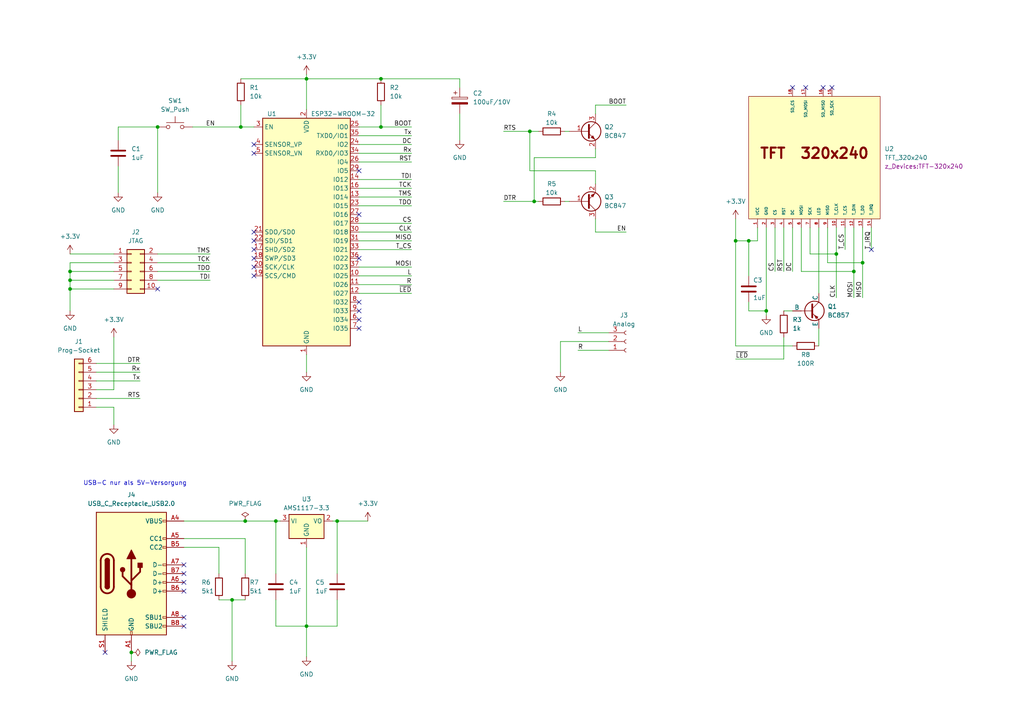
<source format=kicad_sch>
(kicad_sch (version 20230121) (generator eeschema)

  (uuid 0b280ec8-a682-4ab3-a5ea-090b362a4255)

  (paper "A4")

  (title_block
    (title "Haus-Anzeige")
    (date "2023-11-08")
    (rev "V0.1")
    (company "42nibbles")
    (comment 1 "Arne")
    (comment 2 "ESP32-WROOM")
    (comment 3 "Universelles Touch-Screen Display m. WLAN & BLE")
    (comment 4 "Energie-Display")
  )

  (lib_symbols
    (symbol "Connector:Conn_01x03_Socket" (pin_names (offset 1.016) hide) (in_bom yes) (on_board yes)
      (property "Reference" "J" (at 0 5.08 0)
        (effects (font (size 1.27 1.27)))
      )
      (property "Value" "Conn_01x03_Socket" (at 0 -5.08 0)
        (effects (font (size 1.27 1.27)))
      )
      (property "Footprint" "" (at 0 0 0)
        (effects (font (size 1.27 1.27)) hide)
      )
      (property "Datasheet" "~" (at 0 0 0)
        (effects (font (size 1.27 1.27)) hide)
      )
      (property "ki_locked" "" (at 0 0 0)
        (effects (font (size 1.27 1.27)))
      )
      (property "ki_keywords" "connector" (at 0 0 0)
        (effects (font (size 1.27 1.27)) hide)
      )
      (property "ki_description" "Generic connector, single row, 01x03, script generated" (at 0 0 0)
        (effects (font (size 1.27 1.27)) hide)
      )
      (property "ki_fp_filters" "Connector*:*_1x??_*" (at 0 0 0)
        (effects (font (size 1.27 1.27)) hide)
      )
      (symbol "Conn_01x03_Socket_1_1"
        (arc (start 0 -2.032) (mid -0.5058 -2.54) (end 0 -3.048)
          (stroke (width 0.1524) (type default))
          (fill (type none))
        )
        (polyline
          (pts
            (xy -1.27 -2.54)
            (xy -0.508 -2.54)
          )
          (stroke (width 0.1524) (type default))
          (fill (type none))
        )
        (polyline
          (pts
            (xy -1.27 0)
            (xy -0.508 0)
          )
          (stroke (width 0.1524) (type default))
          (fill (type none))
        )
        (polyline
          (pts
            (xy -1.27 2.54)
            (xy -0.508 2.54)
          )
          (stroke (width 0.1524) (type default))
          (fill (type none))
        )
        (arc (start 0 0.508) (mid -0.5058 0) (end 0 -0.508)
          (stroke (width 0.1524) (type default))
          (fill (type none))
        )
        (arc (start 0 3.048) (mid -0.5058 2.54) (end 0 2.032)
          (stroke (width 0.1524) (type default))
          (fill (type none))
        )
        (pin passive line (at -5.08 2.54 0) (length 3.81)
          (name "Pin_1" (effects (font (size 1.27 1.27))))
          (number "1" (effects (font (size 1.27 1.27))))
        )
        (pin passive line (at -5.08 0 0) (length 3.81)
          (name "Pin_2" (effects (font (size 1.27 1.27))))
          (number "2" (effects (font (size 1.27 1.27))))
        )
        (pin passive line (at -5.08 -2.54 0) (length 3.81)
          (name "Pin_3" (effects (font (size 1.27 1.27))))
          (number "3" (effects (font (size 1.27 1.27))))
        )
      )
    )
    (symbol "Connector:USB_C_Receptacle_USB2.0" (pin_names (offset 1.016)) (in_bom yes) (on_board yes)
      (property "Reference" "J" (at -10.16 19.05 0)
        (effects (font (size 1.27 1.27)) (justify left))
      )
      (property "Value" "USB_C_Receptacle_USB2.0" (at 19.05 19.05 0)
        (effects (font (size 1.27 1.27)) (justify right))
      )
      (property "Footprint" "" (at 3.81 0 0)
        (effects (font (size 1.27 1.27)) hide)
      )
      (property "Datasheet" "https://www.usb.org/sites/default/files/documents/usb_type-c.zip" (at 3.81 0 0)
        (effects (font (size 1.27 1.27)) hide)
      )
      (property "ki_keywords" "usb universal serial bus type-C USB2.0" (at 0 0 0)
        (effects (font (size 1.27 1.27)) hide)
      )
      (property "ki_description" "USB 2.0-only Type-C Receptacle connector" (at 0 0 0)
        (effects (font (size 1.27 1.27)) hide)
      )
      (property "ki_fp_filters" "USB*C*Receptacle*" (at 0 0 0)
        (effects (font (size 1.27 1.27)) hide)
      )
      (symbol "USB_C_Receptacle_USB2.0_0_0"
        (rectangle (start -0.254 -17.78) (end 0.254 -16.764)
          (stroke (width 0) (type default))
          (fill (type none))
        )
        (rectangle (start 10.16 -14.986) (end 9.144 -15.494)
          (stroke (width 0) (type default))
          (fill (type none))
        )
        (rectangle (start 10.16 -12.446) (end 9.144 -12.954)
          (stroke (width 0) (type default))
          (fill (type none))
        )
        (rectangle (start 10.16 -4.826) (end 9.144 -5.334)
          (stroke (width 0) (type default))
          (fill (type none))
        )
        (rectangle (start 10.16 -2.286) (end 9.144 -2.794)
          (stroke (width 0) (type default))
          (fill (type none))
        )
        (rectangle (start 10.16 0.254) (end 9.144 -0.254)
          (stroke (width 0) (type default))
          (fill (type none))
        )
        (rectangle (start 10.16 2.794) (end 9.144 2.286)
          (stroke (width 0) (type default))
          (fill (type none))
        )
        (rectangle (start 10.16 7.874) (end 9.144 7.366)
          (stroke (width 0) (type default))
          (fill (type none))
        )
        (rectangle (start 10.16 10.414) (end 9.144 9.906)
          (stroke (width 0) (type default))
          (fill (type none))
        )
        (rectangle (start 10.16 15.494) (end 9.144 14.986)
          (stroke (width 0) (type default))
          (fill (type none))
        )
      )
      (symbol "USB_C_Receptacle_USB2.0_0_1"
        (rectangle (start -10.16 17.78) (end 10.16 -17.78)
          (stroke (width 0.254) (type default))
          (fill (type background))
        )
        (arc (start -8.89 -3.81) (mid -6.985 -5.7067) (end -5.08 -3.81)
          (stroke (width 0.508) (type default))
          (fill (type none))
        )
        (arc (start -7.62 -3.81) (mid -6.985 -4.4423) (end -6.35 -3.81)
          (stroke (width 0.254) (type default))
          (fill (type none))
        )
        (arc (start -7.62 -3.81) (mid -6.985 -4.4423) (end -6.35 -3.81)
          (stroke (width 0.254) (type default))
          (fill (type outline))
        )
        (rectangle (start -7.62 -3.81) (end -6.35 3.81)
          (stroke (width 0.254) (type default))
          (fill (type outline))
        )
        (arc (start -6.35 3.81) (mid -6.985 4.4423) (end -7.62 3.81)
          (stroke (width 0.254) (type default))
          (fill (type none))
        )
        (arc (start -6.35 3.81) (mid -6.985 4.4423) (end -7.62 3.81)
          (stroke (width 0.254) (type default))
          (fill (type outline))
        )
        (arc (start -5.08 3.81) (mid -6.985 5.7067) (end -8.89 3.81)
          (stroke (width 0.508) (type default))
          (fill (type none))
        )
        (circle (center -2.54 1.143) (radius 0.635)
          (stroke (width 0.254) (type default))
          (fill (type outline))
        )
        (circle (center 0 -5.842) (radius 1.27)
          (stroke (width 0) (type default))
          (fill (type outline))
        )
        (polyline
          (pts
            (xy -8.89 -3.81)
            (xy -8.89 3.81)
          )
          (stroke (width 0.508) (type default))
          (fill (type none))
        )
        (polyline
          (pts
            (xy -5.08 3.81)
            (xy -5.08 -3.81)
          )
          (stroke (width 0.508) (type default))
          (fill (type none))
        )
        (polyline
          (pts
            (xy 0 -5.842)
            (xy 0 4.318)
          )
          (stroke (width 0.508) (type default))
          (fill (type none))
        )
        (polyline
          (pts
            (xy 0 -3.302)
            (xy -2.54 -0.762)
            (xy -2.54 0.508)
          )
          (stroke (width 0.508) (type default))
          (fill (type none))
        )
        (polyline
          (pts
            (xy 0 -2.032)
            (xy 2.54 0.508)
            (xy 2.54 1.778)
          )
          (stroke (width 0.508) (type default))
          (fill (type none))
        )
        (polyline
          (pts
            (xy -1.27 4.318)
            (xy 0 6.858)
            (xy 1.27 4.318)
            (xy -1.27 4.318)
          )
          (stroke (width 0.254) (type default))
          (fill (type outline))
        )
        (rectangle (start 1.905 1.778) (end 3.175 3.048)
          (stroke (width 0.254) (type default))
          (fill (type outline))
        )
      )
      (symbol "USB_C_Receptacle_USB2.0_1_1"
        (pin passive line (at 0 -22.86 90) (length 5.08)
          (name "GND" (effects (font (size 1.27 1.27))))
          (number "A1" (effects (font (size 1.27 1.27))))
        )
        (pin passive line (at 0 -22.86 90) (length 5.08) hide
          (name "GND" (effects (font (size 1.27 1.27))))
          (number "A12" (effects (font (size 1.27 1.27))))
        )
        (pin passive line (at 15.24 15.24 180) (length 5.08)
          (name "VBUS" (effects (font (size 1.27 1.27))))
          (number "A4" (effects (font (size 1.27 1.27))))
        )
        (pin bidirectional line (at 15.24 10.16 180) (length 5.08)
          (name "CC1" (effects (font (size 1.27 1.27))))
          (number "A5" (effects (font (size 1.27 1.27))))
        )
        (pin bidirectional line (at 15.24 -2.54 180) (length 5.08)
          (name "D+" (effects (font (size 1.27 1.27))))
          (number "A6" (effects (font (size 1.27 1.27))))
        )
        (pin bidirectional line (at 15.24 2.54 180) (length 5.08)
          (name "D-" (effects (font (size 1.27 1.27))))
          (number "A7" (effects (font (size 1.27 1.27))))
        )
        (pin bidirectional line (at 15.24 -12.7 180) (length 5.08)
          (name "SBU1" (effects (font (size 1.27 1.27))))
          (number "A8" (effects (font (size 1.27 1.27))))
        )
        (pin passive line (at 15.24 15.24 180) (length 5.08) hide
          (name "VBUS" (effects (font (size 1.27 1.27))))
          (number "A9" (effects (font (size 1.27 1.27))))
        )
        (pin passive line (at 0 -22.86 90) (length 5.08) hide
          (name "GND" (effects (font (size 1.27 1.27))))
          (number "B1" (effects (font (size 1.27 1.27))))
        )
        (pin passive line (at 0 -22.86 90) (length 5.08) hide
          (name "GND" (effects (font (size 1.27 1.27))))
          (number "B12" (effects (font (size 1.27 1.27))))
        )
        (pin passive line (at 15.24 15.24 180) (length 5.08) hide
          (name "VBUS" (effects (font (size 1.27 1.27))))
          (number "B4" (effects (font (size 1.27 1.27))))
        )
        (pin bidirectional line (at 15.24 7.62 180) (length 5.08)
          (name "CC2" (effects (font (size 1.27 1.27))))
          (number "B5" (effects (font (size 1.27 1.27))))
        )
        (pin bidirectional line (at 15.24 -5.08 180) (length 5.08)
          (name "D+" (effects (font (size 1.27 1.27))))
          (number "B6" (effects (font (size 1.27 1.27))))
        )
        (pin bidirectional line (at 15.24 0 180) (length 5.08)
          (name "D-" (effects (font (size 1.27 1.27))))
          (number "B7" (effects (font (size 1.27 1.27))))
        )
        (pin bidirectional line (at 15.24 -15.24 180) (length 5.08)
          (name "SBU2" (effects (font (size 1.27 1.27))))
          (number "B8" (effects (font (size 1.27 1.27))))
        )
        (pin passive line (at 15.24 15.24 180) (length 5.08) hide
          (name "VBUS" (effects (font (size 1.27 1.27))))
          (number "B9" (effects (font (size 1.27 1.27))))
        )
        (pin passive line (at -7.62 -22.86 90) (length 5.08)
          (name "SHIELD" (effects (font (size 1.27 1.27))))
          (number "S1" (effects (font (size 1.27 1.27))))
        )
      )
    )
    (symbol "Connector_Generic:Conn_01x06" (pin_names (offset 1.016) hide) (in_bom yes) (on_board yes)
      (property "Reference" "J" (at 0 7.62 0)
        (effects (font (size 1.27 1.27)))
      )
      (property "Value" "Conn_01x06" (at 0 -10.16 0)
        (effects (font (size 1.27 1.27)))
      )
      (property "Footprint" "" (at 0 0 0)
        (effects (font (size 1.27 1.27)) hide)
      )
      (property "Datasheet" "~" (at 0 0 0)
        (effects (font (size 1.27 1.27)) hide)
      )
      (property "ki_keywords" "connector" (at 0 0 0)
        (effects (font (size 1.27 1.27)) hide)
      )
      (property "ki_description" "Generic connector, single row, 01x06, script generated (kicad-library-utils/schlib/autogen/connector/)" (at 0 0 0)
        (effects (font (size 1.27 1.27)) hide)
      )
      (property "ki_fp_filters" "Connector*:*_1x??_*" (at 0 0 0)
        (effects (font (size 1.27 1.27)) hide)
      )
      (symbol "Conn_01x06_1_1"
        (rectangle (start -1.27 -7.493) (end 0 -7.747)
          (stroke (width 0.1524) (type default))
          (fill (type none))
        )
        (rectangle (start -1.27 -4.953) (end 0 -5.207)
          (stroke (width 0.1524) (type default))
          (fill (type none))
        )
        (rectangle (start -1.27 -2.413) (end 0 -2.667)
          (stroke (width 0.1524) (type default))
          (fill (type none))
        )
        (rectangle (start -1.27 0.127) (end 0 -0.127)
          (stroke (width 0.1524) (type default))
          (fill (type none))
        )
        (rectangle (start -1.27 2.667) (end 0 2.413)
          (stroke (width 0.1524) (type default))
          (fill (type none))
        )
        (rectangle (start -1.27 5.207) (end 0 4.953)
          (stroke (width 0.1524) (type default))
          (fill (type none))
        )
        (rectangle (start -1.27 6.35) (end 1.27 -8.89)
          (stroke (width 0.254) (type default))
          (fill (type background))
        )
        (pin passive line (at -5.08 5.08 0) (length 3.81)
          (name "Pin_1" (effects (font (size 1.27 1.27))))
          (number "1" (effects (font (size 1.27 1.27))))
        )
        (pin passive line (at -5.08 2.54 0) (length 3.81)
          (name "Pin_2" (effects (font (size 1.27 1.27))))
          (number "2" (effects (font (size 1.27 1.27))))
        )
        (pin passive line (at -5.08 0 0) (length 3.81)
          (name "Pin_3" (effects (font (size 1.27 1.27))))
          (number "3" (effects (font (size 1.27 1.27))))
        )
        (pin passive line (at -5.08 -2.54 0) (length 3.81)
          (name "Pin_4" (effects (font (size 1.27 1.27))))
          (number "4" (effects (font (size 1.27 1.27))))
        )
        (pin passive line (at -5.08 -5.08 0) (length 3.81)
          (name "Pin_5" (effects (font (size 1.27 1.27))))
          (number "5" (effects (font (size 1.27 1.27))))
        )
        (pin passive line (at -5.08 -7.62 0) (length 3.81)
          (name "Pin_6" (effects (font (size 1.27 1.27))))
          (number "6" (effects (font (size 1.27 1.27))))
        )
      )
    )
    (symbol "Connector_Generic:Conn_02x05_Odd_Even" (pin_names (offset 1.016) hide) (in_bom yes) (on_board yes)
      (property "Reference" "J" (at 1.27 7.62 0)
        (effects (font (size 1.27 1.27)))
      )
      (property "Value" "Conn_02x05_Odd_Even" (at 1.27 -7.62 0)
        (effects (font (size 1.27 1.27)))
      )
      (property "Footprint" "" (at 0 0 0)
        (effects (font (size 1.27 1.27)) hide)
      )
      (property "Datasheet" "~" (at 0 0 0)
        (effects (font (size 1.27 1.27)) hide)
      )
      (property "ki_keywords" "connector" (at 0 0 0)
        (effects (font (size 1.27 1.27)) hide)
      )
      (property "ki_description" "Generic connector, double row, 02x05, odd/even pin numbering scheme (row 1 odd numbers, row 2 even numbers), script generated (kicad-library-utils/schlib/autogen/connector/)" (at 0 0 0)
        (effects (font (size 1.27 1.27)) hide)
      )
      (property "ki_fp_filters" "Connector*:*_2x??_*" (at 0 0 0)
        (effects (font (size 1.27 1.27)) hide)
      )
      (symbol "Conn_02x05_Odd_Even_1_1"
        (rectangle (start -1.27 -4.953) (end 0 -5.207)
          (stroke (width 0.1524) (type default))
          (fill (type none))
        )
        (rectangle (start -1.27 -2.413) (end 0 -2.667)
          (stroke (width 0.1524) (type default))
          (fill (type none))
        )
        (rectangle (start -1.27 0.127) (end 0 -0.127)
          (stroke (width 0.1524) (type default))
          (fill (type none))
        )
        (rectangle (start -1.27 2.667) (end 0 2.413)
          (stroke (width 0.1524) (type default))
          (fill (type none))
        )
        (rectangle (start -1.27 5.207) (end 0 4.953)
          (stroke (width 0.1524) (type default))
          (fill (type none))
        )
        (rectangle (start -1.27 6.35) (end 3.81 -6.35)
          (stroke (width 0.254) (type default))
          (fill (type background))
        )
        (rectangle (start 3.81 -4.953) (end 2.54 -5.207)
          (stroke (width 0.1524) (type default))
          (fill (type none))
        )
        (rectangle (start 3.81 -2.413) (end 2.54 -2.667)
          (stroke (width 0.1524) (type default))
          (fill (type none))
        )
        (rectangle (start 3.81 0.127) (end 2.54 -0.127)
          (stroke (width 0.1524) (type default))
          (fill (type none))
        )
        (rectangle (start 3.81 2.667) (end 2.54 2.413)
          (stroke (width 0.1524) (type default))
          (fill (type none))
        )
        (rectangle (start 3.81 5.207) (end 2.54 4.953)
          (stroke (width 0.1524) (type default))
          (fill (type none))
        )
        (pin passive line (at -5.08 5.08 0) (length 3.81)
          (name "Pin_1" (effects (font (size 1.27 1.27))))
          (number "1" (effects (font (size 1.27 1.27))))
        )
        (pin passive line (at 7.62 -5.08 180) (length 3.81)
          (name "Pin_10" (effects (font (size 1.27 1.27))))
          (number "10" (effects (font (size 1.27 1.27))))
        )
        (pin passive line (at 7.62 5.08 180) (length 3.81)
          (name "Pin_2" (effects (font (size 1.27 1.27))))
          (number "2" (effects (font (size 1.27 1.27))))
        )
        (pin passive line (at -5.08 2.54 0) (length 3.81)
          (name "Pin_3" (effects (font (size 1.27 1.27))))
          (number "3" (effects (font (size 1.27 1.27))))
        )
        (pin passive line (at 7.62 2.54 180) (length 3.81)
          (name "Pin_4" (effects (font (size 1.27 1.27))))
          (number "4" (effects (font (size 1.27 1.27))))
        )
        (pin passive line (at -5.08 0 0) (length 3.81)
          (name "Pin_5" (effects (font (size 1.27 1.27))))
          (number "5" (effects (font (size 1.27 1.27))))
        )
        (pin passive line (at 7.62 0 180) (length 3.81)
          (name "Pin_6" (effects (font (size 1.27 1.27))))
          (number "6" (effects (font (size 1.27 1.27))))
        )
        (pin passive line (at -5.08 -2.54 0) (length 3.81)
          (name "Pin_7" (effects (font (size 1.27 1.27))))
          (number "7" (effects (font (size 1.27 1.27))))
        )
        (pin passive line (at 7.62 -2.54 180) (length 3.81)
          (name "Pin_8" (effects (font (size 1.27 1.27))))
          (number "8" (effects (font (size 1.27 1.27))))
        )
        (pin passive line (at -5.08 -5.08 0) (length 3.81)
          (name "Pin_9" (effects (font (size 1.27 1.27))))
          (number "9" (effects (font (size 1.27 1.27))))
        )
      )
    )
    (symbol "Device:C" (pin_numbers hide) (pin_names (offset 0.254)) (in_bom yes) (on_board yes)
      (property "Reference" "C" (at 0.635 2.54 0)
        (effects (font (size 1.27 1.27)) (justify left))
      )
      (property "Value" "C" (at 0.635 -2.54 0)
        (effects (font (size 1.27 1.27)) (justify left))
      )
      (property "Footprint" "" (at 0.9652 -3.81 0)
        (effects (font (size 1.27 1.27)) hide)
      )
      (property "Datasheet" "~" (at 0 0 0)
        (effects (font (size 1.27 1.27)) hide)
      )
      (property "ki_keywords" "cap capacitor" (at 0 0 0)
        (effects (font (size 1.27 1.27)) hide)
      )
      (property "ki_description" "Unpolarized capacitor" (at 0 0 0)
        (effects (font (size 1.27 1.27)) hide)
      )
      (property "ki_fp_filters" "C_*" (at 0 0 0)
        (effects (font (size 1.27 1.27)) hide)
      )
      (symbol "C_0_1"
        (polyline
          (pts
            (xy -2.032 -0.762)
            (xy 2.032 -0.762)
          )
          (stroke (width 0.508) (type default))
          (fill (type none))
        )
        (polyline
          (pts
            (xy -2.032 0.762)
            (xy 2.032 0.762)
          )
          (stroke (width 0.508) (type default))
          (fill (type none))
        )
      )
      (symbol "C_1_1"
        (pin passive line (at 0 3.81 270) (length 2.794)
          (name "~" (effects (font (size 1.27 1.27))))
          (number "1" (effects (font (size 1.27 1.27))))
        )
        (pin passive line (at 0 -3.81 90) (length 2.794)
          (name "~" (effects (font (size 1.27 1.27))))
          (number "2" (effects (font (size 1.27 1.27))))
        )
      )
    )
    (symbol "Device:C_Polarized" (pin_numbers hide) (pin_names (offset 0.254)) (in_bom yes) (on_board yes)
      (property "Reference" "C" (at 0.635 2.54 0)
        (effects (font (size 1.27 1.27)) (justify left))
      )
      (property "Value" "C_Polarized" (at 0.635 -2.54 0)
        (effects (font (size 1.27 1.27)) (justify left))
      )
      (property "Footprint" "" (at 0.9652 -3.81 0)
        (effects (font (size 1.27 1.27)) hide)
      )
      (property "Datasheet" "~" (at 0 0 0)
        (effects (font (size 1.27 1.27)) hide)
      )
      (property "ki_keywords" "cap capacitor" (at 0 0 0)
        (effects (font (size 1.27 1.27)) hide)
      )
      (property "ki_description" "Polarized capacitor" (at 0 0 0)
        (effects (font (size 1.27 1.27)) hide)
      )
      (property "ki_fp_filters" "CP_*" (at 0 0 0)
        (effects (font (size 1.27 1.27)) hide)
      )
      (symbol "C_Polarized_0_1"
        (rectangle (start -2.286 0.508) (end 2.286 1.016)
          (stroke (width 0) (type default))
          (fill (type none))
        )
        (polyline
          (pts
            (xy -1.778 2.286)
            (xy -0.762 2.286)
          )
          (stroke (width 0) (type default))
          (fill (type none))
        )
        (polyline
          (pts
            (xy -1.27 2.794)
            (xy -1.27 1.778)
          )
          (stroke (width 0) (type default))
          (fill (type none))
        )
        (rectangle (start 2.286 -0.508) (end -2.286 -1.016)
          (stroke (width 0) (type default))
          (fill (type outline))
        )
      )
      (symbol "C_Polarized_1_1"
        (pin passive line (at 0 3.81 270) (length 2.794)
          (name "~" (effects (font (size 1.27 1.27))))
          (number "1" (effects (font (size 1.27 1.27))))
        )
        (pin passive line (at 0 -3.81 90) (length 2.794)
          (name "~" (effects (font (size 1.27 1.27))))
          (number "2" (effects (font (size 1.27 1.27))))
        )
      )
    )
    (symbol "Device:R" (pin_numbers hide) (pin_names (offset 0)) (in_bom yes) (on_board yes)
      (property "Reference" "R" (at 2.032 0 90)
        (effects (font (size 1.27 1.27)))
      )
      (property "Value" "R" (at 0 0 90)
        (effects (font (size 1.27 1.27)))
      )
      (property "Footprint" "" (at -1.778 0 90)
        (effects (font (size 1.27 1.27)) hide)
      )
      (property "Datasheet" "~" (at 0 0 0)
        (effects (font (size 1.27 1.27)) hide)
      )
      (property "ki_keywords" "R res resistor" (at 0 0 0)
        (effects (font (size 1.27 1.27)) hide)
      )
      (property "ki_description" "Resistor" (at 0 0 0)
        (effects (font (size 1.27 1.27)) hide)
      )
      (property "ki_fp_filters" "R_*" (at 0 0 0)
        (effects (font (size 1.27 1.27)) hide)
      )
      (symbol "R_0_1"
        (rectangle (start -1.016 -2.54) (end 1.016 2.54)
          (stroke (width 0.254) (type default))
          (fill (type none))
        )
      )
      (symbol "R_1_1"
        (pin passive line (at 0 3.81 270) (length 1.27)
          (name "~" (effects (font (size 1.27 1.27))))
          (number "1" (effects (font (size 1.27 1.27))))
        )
        (pin passive line (at 0 -3.81 90) (length 1.27)
          (name "~" (effects (font (size 1.27 1.27))))
          (number "2" (effects (font (size 1.27 1.27))))
        )
      )
    )
    (symbol "RF_Module:ESP32-WROOM-32" (in_bom yes) (on_board yes)
      (property "Reference" "U" (at -12.7 34.29 0)
        (effects (font (size 1.27 1.27)) (justify left))
      )
      (property "Value" "ESP32-WROOM-32" (at 1.27 34.29 0)
        (effects (font (size 1.27 1.27)) (justify left))
      )
      (property "Footprint" "RF_Module:ESP32-WROOM-32" (at 0 -38.1 0)
        (effects (font (size 1.27 1.27)) hide)
      )
      (property "Datasheet" "https://www.espressif.com/sites/default/files/documentation/esp32-wroom-32_datasheet_en.pdf" (at -7.62 1.27 0)
        (effects (font (size 1.27 1.27)) hide)
      )
      (property "ki_keywords" "RF Radio BT ESP ESP32 Espressif onboard PCB antenna" (at 0 0 0)
        (effects (font (size 1.27 1.27)) hide)
      )
      (property "ki_description" "RF Module, ESP32-D0WDQ6 SoC, Wi-Fi 802.11b/g/n, Bluetooth, BLE, 32-bit, 2.7-3.6V, onboard antenna, SMD" (at 0 0 0)
        (effects (font (size 1.27 1.27)) hide)
      )
      (property "ki_fp_filters" "ESP32?WROOM?32*" (at 0 0 0)
        (effects (font (size 1.27 1.27)) hide)
      )
      (symbol "ESP32-WROOM-32_0_1"
        (rectangle (start -12.7 33.02) (end 12.7 -33.02)
          (stroke (width 0.254) (type default))
          (fill (type background))
        )
      )
      (symbol "ESP32-WROOM-32_1_1"
        (pin power_in line (at 0 -35.56 90) (length 2.54)
          (name "GND" (effects (font (size 1.27 1.27))))
          (number "1" (effects (font (size 1.27 1.27))))
        )
        (pin bidirectional line (at 15.24 -12.7 180) (length 2.54)
          (name "IO25" (effects (font (size 1.27 1.27))))
          (number "10" (effects (font (size 1.27 1.27))))
        )
        (pin bidirectional line (at 15.24 -15.24 180) (length 2.54)
          (name "IO26" (effects (font (size 1.27 1.27))))
          (number "11" (effects (font (size 1.27 1.27))))
        )
        (pin bidirectional line (at 15.24 -17.78 180) (length 2.54)
          (name "IO27" (effects (font (size 1.27 1.27))))
          (number "12" (effects (font (size 1.27 1.27))))
        )
        (pin bidirectional line (at 15.24 10.16 180) (length 2.54)
          (name "IO14" (effects (font (size 1.27 1.27))))
          (number "13" (effects (font (size 1.27 1.27))))
        )
        (pin bidirectional line (at 15.24 15.24 180) (length 2.54)
          (name "IO12" (effects (font (size 1.27 1.27))))
          (number "14" (effects (font (size 1.27 1.27))))
        )
        (pin passive line (at 0 -35.56 90) (length 2.54) hide
          (name "GND" (effects (font (size 1.27 1.27))))
          (number "15" (effects (font (size 1.27 1.27))))
        )
        (pin bidirectional line (at 15.24 12.7 180) (length 2.54)
          (name "IO13" (effects (font (size 1.27 1.27))))
          (number "16" (effects (font (size 1.27 1.27))))
        )
        (pin bidirectional line (at -15.24 -5.08 0) (length 2.54)
          (name "SHD/SD2" (effects (font (size 1.27 1.27))))
          (number "17" (effects (font (size 1.27 1.27))))
        )
        (pin bidirectional line (at -15.24 -7.62 0) (length 2.54)
          (name "SWP/SD3" (effects (font (size 1.27 1.27))))
          (number "18" (effects (font (size 1.27 1.27))))
        )
        (pin bidirectional line (at -15.24 -12.7 0) (length 2.54)
          (name "SCS/CMD" (effects (font (size 1.27 1.27))))
          (number "19" (effects (font (size 1.27 1.27))))
        )
        (pin power_in line (at 0 35.56 270) (length 2.54)
          (name "VDD" (effects (font (size 1.27 1.27))))
          (number "2" (effects (font (size 1.27 1.27))))
        )
        (pin bidirectional line (at -15.24 -10.16 0) (length 2.54)
          (name "SCK/CLK" (effects (font (size 1.27 1.27))))
          (number "20" (effects (font (size 1.27 1.27))))
        )
        (pin bidirectional line (at -15.24 0 0) (length 2.54)
          (name "SDO/SD0" (effects (font (size 1.27 1.27))))
          (number "21" (effects (font (size 1.27 1.27))))
        )
        (pin bidirectional line (at -15.24 -2.54 0) (length 2.54)
          (name "SDI/SD1" (effects (font (size 1.27 1.27))))
          (number "22" (effects (font (size 1.27 1.27))))
        )
        (pin bidirectional line (at 15.24 7.62 180) (length 2.54)
          (name "IO15" (effects (font (size 1.27 1.27))))
          (number "23" (effects (font (size 1.27 1.27))))
        )
        (pin bidirectional line (at 15.24 25.4 180) (length 2.54)
          (name "IO2" (effects (font (size 1.27 1.27))))
          (number "24" (effects (font (size 1.27 1.27))))
        )
        (pin bidirectional line (at 15.24 30.48 180) (length 2.54)
          (name "IO0" (effects (font (size 1.27 1.27))))
          (number "25" (effects (font (size 1.27 1.27))))
        )
        (pin bidirectional line (at 15.24 20.32 180) (length 2.54)
          (name "IO4" (effects (font (size 1.27 1.27))))
          (number "26" (effects (font (size 1.27 1.27))))
        )
        (pin bidirectional line (at 15.24 5.08 180) (length 2.54)
          (name "IO16" (effects (font (size 1.27 1.27))))
          (number "27" (effects (font (size 1.27 1.27))))
        )
        (pin bidirectional line (at 15.24 2.54 180) (length 2.54)
          (name "IO17" (effects (font (size 1.27 1.27))))
          (number "28" (effects (font (size 1.27 1.27))))
        )
        (pin bidirectional line (at 15.24 17.78 180) (length 2.54)
          (name "IO5" (effects (font (size 1.27 1.27))))
          (number "29" (effects (font (size 1.27 1.27))))
        )
        (pin input line (at -15.24 30.48 0) (length 2.54)
          (name "EN" (effects (font (size 1.27 1.27))))
          (number "3" (effects (font (size 1.27 1.27))))
        )
        (pin bidirectional line (at 15.24 0 180) (length 2.54)
          (name "IO18" (effects (font (size 1.27 1.27))))
          (number "30" (effects (font (size 1.27 1.27))))
        )
        (pin bidirectional line (at 15.24 -2.54 180) (length 2.54)
          (name "IO19" (effects (font (size 1.27 1.27))))
          (number "31" (effects (font (size 1.27 1.27))))
        )
        (pin no_connect line (at -12.7 -27.94 0) (length 2.54) hide
          (name "NC" (effects (font (size 1.27 1.27))))
          (number "32" (effects (font (size 1.27 1.27))))
        )
        (pin bidirectional line (at 15.24 -5.08 180) (length 2.54)
          (name "IO21" (effects (font (size 1.27 1.27))))
          (number "33" (effects (font (size 1.27 1.27))))
        )
        (pin bidirectional line (at 15.24 22.86 180) (length 2.54)
          (name "RXD0/IO3" (effects (font (size 1.27 1.27))))
          (number "34" (effects (font (size 1.27 1.27))))
        )
        (pin bidirectional line (at 15.24 27.94 180) (length 2.54)
          (name "TXD0/IO1" (effects (font (size 1.27 1.27))))
          (number "35" (effects (font (size 1.27 1.27))))
        )
        (pin bidirectional line (at 15.24 -7.62 180) (length 2.54)
          (name "IO22" (effects (font (size 1.27 1.27))))
          (number "36" (effects (font (size 1.27 1.27))))
        )
        (pin bidirectional line (at 15.24 -10.16 180) (length 2.54)
          (name "IO23" (effects (font (size 1.27 1.27))))
          (number "37" (effects (font (size 1.27 1.27))))
        )
        (pin passive line (at 0 -35.56 90) (length 2.54) hide
          (name "GND" (effects (font (size 1.27 1.27))))
          (number "38" (effects (font (size 1.27 1.27))))
        )
        (pin passive line (at 0 -35.56 90) (length 2.54) hide
          (name "GND" (effects (font (size 1.27 1.27))))
          (number "39" (effects (font (size 1.27 1.27))))
        )
        (pin input line (at -15.24 25.4 0) (length 2.54)
          (name "SENSOR_VP" (effects (font (size 1.27 1.27))))
          (number "4" (effects (font (size 1.27 1.27))))
        )
        (pin input line (at -15.24 22.86 0) (length 2.54)
          (name "SENSOR_VN" (effects (font (size 1.27 1.27))))
          (number "5" (effects (font (size 1.27 1.27))))
        )
        (pin input line (at 15.24 -25.4 180) (length 2.54)
          (name "IO34" (effects (font (size 1.27 1.27))))
          (number "6" (effects (font (size 1.27 1.27))))
        )
        (pin input line (at 15.24 -27.94 180) (length 2.54)
          (name "IO35" (effects (font (size 1.27 1.27))))
          (number "7" (effects (font (size 1.27 1.27))))
        )
        (pin bidirectional line (at 15.24 -20.32 180) (length 2.54)
          (name "IO32" (effects (font (size 1.27 1.27))))
          (number "8" (effects (font (size 1.27 1.27))))
        )
        (pin bidirectional line (at 15.24 -22.86 180) (length 2.54)
          (name "IO33" (effects (font (size 1.27 1.27))))
          (number "9" (effects (font (size 1.27 1.27))))
        )
      )
    )
    (symbol "Regulator_Linear:AMS1117-3.3" (in_bom yes) (on_board yes)
      (property "Reference" "U" (at -3.81 3.175 0)
        (effects (font (size 1.27 1.27)))
      )
      (property "Value" "AMS1117-3.3" (at 0 3.175 0)
        (effects (font (size 1.27 1.27)) (justify left))
      )
      (property "Footprint" "Package_TO_SOT_SMD:SOT-223-3_TabPin2" (at 0 5.08 0)
        (effects (font (size 1.27 1.27)) hide)
      )
      (property "Datasheet" "http://www.advanced-monolithic.com/pdf/ds1117.pdf" (at 2.54 -6.35 0)
        (effects (font (size 1.27 1.27)) hide)
      )
      (property "ki_keywords" "linear regulator ldo fixed positive" (at 0 0 0)
        (effects (font (size 1.27 1.27)) hide)
      )
      (property "ki_description" "1A Low Dropout regulator, positive, 3.3V fixed output, SOT-223" (at 0 0 0)
        (effects (font (size 1.27 1.27)) hide)
      )
      (property "ki_fp_filters" "SOT?223*TabPin2*" (at 0 0 0)
        (effects (font (size 1.27 1.27)) hide)
      )
      (symbol "AMS1117-3.3_0_1"
        (rectangle (start -5.08 -5.08) (end 5.08 1.905)
          (stroke (width 0.254) (type default))
          (fill (type background))
        )
      )
      (symbol "AMS1117-3.3_1_1"
        (pin power_in line (at 0 -7.62 90) (length 2.54)
          (name "GND" (effects (font (size 1.27 1.27))))
          (number "1" (effects (font (size 1.27 1.27))))
        )
        (pin power_out line (at 7.62 0 180) (length 2.54)
          (name "VO" (effects (font (size 1.27 1.27))))
          (number "2" (effects (font (size 1.27 1.27))))
        )
        (pin power_in line (at -7.62 0 0) (length 2.54)
          (name "VI" (effects (font (size 1.27 1.27))))
          (number "3" (effects (font (size 1.27 1.27))))
        )
      )
    )
    (symbol "Simulation_SPICE:PNP" (pin_numbers hide) (pin_names (offset 0)) (in_bom yes) (on_board yes)
      (property "Reference" "Q" (at -2.54 7.62 0)
        (effects (font (size 1.27 1.27)))
      )
      (property "Value" "PNP" (at -2.54 5.08 0)
        (effects (font (size 1.27 1.27)))
      )
      (property "Footprint" "" (at 35.56 0 0)
        (effects (font (size 1.27 1.27)) hide)
      )
      (property "Datasheet" "~" (at 35.56 0 0)
        (effects (font (size 1.27 1.27)) hide)
      )
      (property "Sim.Device" "PNP" (at 0 0 0)
        (effects (font (size 1.27 1.27)) hide)
      )
      (property "Sim.Type" "GUMMELPOON" (at 0 0 0)
        (effects (font (size 1.27 1.27)) hide)
      )
      (property "Sim.Pins" "1=C 2=B 3=E" (at 0 0 0)
        (effects (font (size 1.27 1.27)) hide)
      )
      (property "ki_keywords" "simulation" (at 0 0 0)
        (effects (font (size 1.27 1.27)) hide)
      )
      (property "ki_description" "Bipolar transistor symbol for simulation only, substrate tied to the emitter" (at 0 0 0)
        (effects (font (size 1.27 1.27)) hide)
      )
      (symbol "PNP_0_1"
        (polyline
          (pts
            (xy -2.54 0)
            (xy 0.635 0)
          )
          (stroke (width 0.1524) (type default))
          (fill (type none))
        )
        (polyline
          (pts
            (xy 0.635 0.635)
            (xy 2.54 2.54)
          )
          (stroke (width 0) (type default))
          (fill (type none))
        )
        (polyline
          (pts
            (xy 0.635 -0.635)
            (xy 2.54 -2.54)
            (xy 2.54 -2.54)
          )
          (stroke (width 0) (type default))
          (fill (type none))
        )
        (polyline
          (pts
            (xy 0.635 1.905)
            (xy 0.635 -1.905)
            (xy 0.635 -1.905)
          )
          (stroke (width 0.508) (type default))
          (fill (type none))
        )
        (polyline
          (pts
            (xy 2.286 -1.778)
            (xy 1.778 -2.286)
            (xy 1.27 -1.27)
            (xy 2.286 -1.778)
            (xy 2.286 -1.778)
          )
          (stroke (width 0) (type default))
          (fill (type outline))
        )
        (circle (center 1.27 0) (radius 2.8194)
          (stroke (width 0.254) (type default))
          (fill (type none))
        )
      )
      (symbol "PNP_1_1"
        (pin open_collector line (at 2.54 5.08 270) (length 2.54)
          (name "C" (effects (font (size 1.27 1.27))))
          (number "1" (effects (font (size 1.27 1.27))))
        )
        (pin input line (at -5.08 0 0) (length 2.54)
          (name "B" (effects (font (size 1.27 1.27))))
          (number "2" (effects (font (size 1.27 1.27))))
        )
        (pin open_emitter line (at 2.54 -5.08 90) (length 2.54)
          (name "E" (effects (font (size 1.27 1.27))))
          (number "3" (effects (font (size 1.27 1.27))))
        )
      )
    )
    (symbol "Switch:SW_Push" (pin_numbers hide) (pin_names (offset 1.016) hide) (in_bom yes) (on_board yes)
      (property "Reference" "SW" (at 1.27 2.54 0)
        (effects (font (size 1.27 1.27)) (justify left))
      )
      (property "Value" "SW_Push" (at 0 -1.524 0)
        (effects (font (size 1.27 1.27)))
      )
      (property "Footprint" "" (at 0 5.08 0)
        (effects (font (size 1.27 1.27)) hide)
      )
      (property "Datasheet" "~" (at 0 5.08 0)
        (effects (font (size 1.27 1.27)) hide)
      )
      (property "ki_keywords" "switch normally-open pushbutton push-button" (at 0 0 0)
        (effects (font (size 1.27 1.27)) hide)
      )
      (property "ki_description" "Push button switch, generic, two pins" (at 0 0 0)
        (effects (font (size 1.27 1.27)) hide)
      )
      (symbol "SW_Push_0_1"
        (circle (center -2.032 0) (radius 0.508)
          (stroke (width 0) (type default))
          (fill (type none))
        )
        (polyline
          (pts
            (xy 0 1.27)
            (xy 0 3.048)
          )
          (stroke (width 0) (type default))
          (fill (type none))
        )
        (polyline
          (pts
            (xy 2.54 1.27)
            (xy -2.54 1.27)
          )
          (stroke (width 0) (type default))
          (fill (type none))
        )
        (circle (center 2.032 0) (radius 0.508)
          (stroke (width 0) (type default))
          (fill (type none))
        )
        (pin passive line (at -5.08 0 0) (length 2.54)
          (name "1" (effects (font (size 1.27 1.27))))
          (number "1" (effects (font (size 1.27 1.27))))
        )
        (pin passive line (at 5.08 0 180) (length 2.54)
          (name "2" (effects (font (size 1.27 1.27))))
          (number "2" (effects (font (size 1.27 1.27))))
        )
      )
    )
    (symbol "Transistor_BJT:BC847" (pin_names (offset 0) hide) (in_bom yes) (on_board yes)
      (property "Reference" "Q" (at 5.08 1.905 0)
        (effects (font (size 1.27 1.27)) (justify left))
      )
      (property "Value" "BC847" (at 5.08 0 0)
        (effects (font (size 1.27 1.27)) (justify left))
      )
      (property "Footprint" "Package_TO_SOT_SMD:SOT-23" (at 5.08 -1.905 0)
        (effects (font (size 1.27 1.27) italic) (justify left) hide)
      )
      (property "Datasheet" "http://www.infineon.com/dgdl/Infineon-BC847SERIES_BC848SERIES_BC849SERIES_BC850SERIES-DS-v01_01-en.pdf?fileId=db3a304314dca389011541d4630a1657" (at 0 0 0)
        (effects (font (size 1.27 1.27)) (justify left) hide)
      )
      (property "ki_keywords" "NPN Small Signal Transistor" (at 0 0 0)
        (effects (font (size 1.27 1.27)) hide)
      )
      (property "ki_description" "0.1A Ic, 45V Vce, NPN Transistor, SOT-23" (at 0 0 0)
        (effects (font (size 1.27 1.27)) hide)
      )
      (property "ki_fp_filters" "SOT?23*" (at 0 0 0)
        (effects (font (size 1.27 1.27)) hide)
      )
      (symbol "BC847_0_1"
        (polyline
          (pts
            (xy 0.635 0.635)
            (xy 2.54 2.54)
          )
          (stroke (width 0) (type default))
          (fill (type none))
        )
        (polyline
          (pts
            (xy 0.635 -0.635)
            (xy 2.54 -2.54)
            (xy 2.54 -2.54)
          )
          (stroke (width 0) (type default))
          (fill (type none))
        )
        (polyline
          (pts
            (xy 0.635 1.905)
            (xy 0.635 -1.905)
            (xy 0.635 -1.905)
          )
          (stroke (width 0.508) (type default))
          (fill (type none))
        )
        (polyline
          (pts
            (xy 1.27 -1.778)
            (xy 1.778 -1.27)
            (xy 2.286 -2.286)
            (xy 1.27 -1.778)
            (xy 1.27 -1.778)
          )
          (stroke (width 0) (type default))
          (fill (type outline))
        )
        (circle (center 1.27 0) (radius 2.8194)
          (stroke (width 0.254) (type default))
          (fill (type none))
        )
      )
      (symbol "BC847_1_1"
        (pin input line (at -5.08 0 0) (length 5.715)
          (name "B" (effects (font (size 1.27 1.27))))
          (number "1" (effects (font (size 1.27 1.27))))
        )
        (pin passive line (at 2.54 -5.08 90) (length 2.54)
          (name "E" (effects (font (size 1.27 1.27))))
          (number "2" (effects (font (size 1.27 1.27))))
        )
        (pin passive line (at 2.54 5.08 270) (length 2.54)
          (name "C" (effects (font (size 1.27 1.27))))
          (number "3" (effects (font (size 1.27 1.27))))
        )
      )
    )
    (symbol "power:+3.3V" (power) (pin_names (offset 0)) (in_bom yes) (on_board yes)
      (property "Reference" "#PWR" (at 0 -3.81 0)
        (effects (font (size 1.27 1.27)) hide)
      )
      (property "Value" "+3.3V" (at 0 3.556 0)
        (effects (font (size 1.27 1.27)))
      )
      (property "Footprint" "" (at 0 0 0)
        (effects (font (size 1.27 1.27)) hide)
      )
      (property "Datasheet" "" (at 0 0 0)
        (effects (font (size 1.27 1.27)) hide)
      )
      (property "ki_keywords" "global power" (at 0 0 0)
        (effects (font (size 1.27 1.27)) hide)
      )
      (property "ki_description" "Power symbol creates a global label with name \"+3.3V\"" (at 0 0 0)
        (effects (font (size 1.27 1.27)) hide)
      )
      (symbol "+3.3V_0_1"
        (polyline
          (pts
            (xy -0.762 1.27)
            (xy 0 2.54)
          )
          (stroke (width 0) (type default))
          (fill (type none))
        )
        (polyline
          (pts
            (xy 0 0)
            (xy 0 2.54)
          )
          (stroke (width 0) (type default))
          (fill (type none))
        )
        (polyline
          (pts
            (xy 0 2.54)
            (xy 0.762 1.27)
          )
          (stroke (width 0) (type default))
          (fill (type none))
        )
      )
      (symbol "+3.3V_1_1"
        (pin power_in line (at 0 0 90) (length 0) hide
          (name "+3.3V" (effects (font (size 1.27 1.27))))
          (number "1" (effects (font (size 1.27 1.27))))
        )
      )
    )
    (symbol "power:GND" (power) (pin_names (offset 0)) (in_bom yes) (on_board yes)
      (property "Reference" "#PWR" (at 0 -6.35 0)
        (effects (font (size 1.27 1.27)) hide)
      )
      (property "Value" "GND" (at 0 -3.81 0)
        (effects (font (size 1.27 1.27)))
      )
      (property "Footprint" "" (at 0 0 0)
        (effects (font (size 1.27 1.27)) hide)
      )
      (property "Datasheet" "" (at 0 0 0)
        (effects (font (size 1.27 1.27)) hide)
      )
      (property "ki_keywords" "global power" (at 0 0 0)
        (effects (font (size 1.27 1.27)) hide)
      )
      (property "ki_description" "Power symbol creates a global label with name \"GND\" , ground" (at 0 0 0)
        (effects (font (size 1.27 1.27)) hide)
      )
      (symbol "GND_0_1"
        (polyline
          (pts
            (xy 0 0)
            (xy 0 -1.27)
            (xy 1.27 -1.27)
            (xy 0 -2.54)
            (xy -1.27 -1.27)
            (xy 0 -1.27)
          )
          (stroke (width 0) (type default))
          (fill (type none))
        )
      )
      (symbol "GND_1_1"
        (pin power_in line (at 0 0 270) (length 0) hide
          (name "GND" (effects (font (size 1.27 1.27))))
          (number "1" (effects (font (size 1.27 1.27))))
        )
      )
    )
    (symbol "power:PWR_FLAG" (power) (pin_numbers hide) (pin_names (offset 0) hide) (in_bom yes) (on_board yes)
      (property "Reference" "#FLG" (at 0 1.905 0)
        (effects (font (size 1.27 1.27)) hide)
      )
      (property "Value" "PWR_FLAG" (at 0 3.81 0)
        (effects (font (size 1.27 1.27)))
      )
      (property "Footprint" "" (at 0 0 0)
        (effects (font (size 1.27 1.27)) hide)
      )
      (property "Datasheet" "~" (at 0 0 0)
        (effects (font (size 1.27 1.27)) hide)
      )
      (property "ki_keywords" "flag power" (at 0 0 0)
        (effects (font (size 1.27 1.27)) hide)
      )
      (property "ki_description" "Special symbol for telling ERC where power comes from" (at 0 0 0)
        (effects (font (size 1.27 1.27)) hide)
      )
      (symbol "PWR_FLAG_0_0"
        (pin power_out line (at 0 0 90) (length 0)
          (name "pwr" (effects (font (size 1.27 1.27))))
          (number "1" (effects (font (size 1.27 1.27))))
        )
      )
      (symbol "PWR_FLAG_0_1"
        (polyline
          (pts
            (xy 0 0)
            (xy 0 1.27)
            (xy -1.016 1.905)
            (xy 0 2.54)
            (xy 1.016 1.905)
            (xy 0 1.27)
          )
          (stroke (width 0) (type default))
          (fill (type none))
        )
      )
    )
    (symbol "tft_320x240:TFT_320x240" (pin_names (offset 1.016)) (in_bom yes) (on_board yes)
      (property "Reference" "U?" (at 20.32 25.4001 0)
        (effects (font (size 1.27 1.27)) (justify left))
      )
      (property "Value" "TFT_320x240" (at 20.32 22.8601 0)
        (effects (font (size 1.27 1.27)) (justify left))
      )
      (property "Footprint" "z_Devices:TFT-320x240" (at 20.32 20.3201 0)
        (effects (font (size 1.27 1.27)) (justify left))
      )
      (property "Datasheet" "" (at 208.28 22.225 0)
        (effects (font (size 1.27 1.27)) hide)
      )
      (symbol "TFT_320x240_0_0"
        (text "TFT  320x240" (at 0 25.4 0)
          (effects (font (size 2.9972 2.9972) bold))
        )
      )
      (symbol "TFT_320x240_0_1"
        (rectangle (start -19.05 41.91) (end 19.05 6.35)
          (stroke (width 0) (type default))
          (fill (type background))
        )
      )
      (symbol "TFT_320x240_1_1"
        (pin power_in line (at -16.51 3.81 90) (length 2.54)
          (name "VCC" (effects (font (size 0.7874 0.7874))))
          (number "1" (effects (font (size 0.7874 0.7874))))
        )
        (pin bidirectional line (at 6.35 3.81 90) (length 2.54)
          (name "T_CLK" (effects (font (size 0.7874 0.7874))))
          (number "10" (effects (font (size 0.7874 0.7874))))
        )
        (pin bidirectional line (at 8.89 3.81 90) (length 2.54)
          (name "T_CS" (effects (font (size 0.7874 0.7874))))
          (number "11" (effects (font (size 0.7874 0.7874))))
        )
        (pin bidirectional line (at 11.43 3.81 90) (length 2.54)
          (name "T_DIN" (effects (font (size 0.7874 0.7874))))
          (number "12" (effects (font (size 0.7874 0.7874))))
        )
        (pin bidirectional line (at 13.97 3.81 90) (length 2.54)
          (name "T_DO" (effects (font (size 0.7874 0.7874))))
          (number "13" (effects (font (size 0.7874 0.7874))))
        )
        (pin bidirectional line (at 16.51 3.81 90) (length 2.54)
          (name "T_IRQ" (effects (font (size 0.7874 0.7874))))
          (number "14" (effects (font (size 0.7874 0.7874))))
        )
        (pin input line (at 5.08 44.45 270) (length 2.54)
          (name "SD_SCK" (effects (font (size 0.7874 0.7874))))
          (number "15" (effects (font (size 0.7874 0.7874))))
        )
        (pin output line (at 2.54 44.45 270) (length 2.54)
          (name "SD_MISO" (effects (font (size 0.7874 0.7874))))
          (number "16" (effects (font (size 0.7874 0.7874))))
        )
        (pin input line (at -2.54 44.45 270) (length 2.54)
          (name "SD_MOSI" (effects (font (size 0.7874 0.7874))))
          (number "17" (effects (font (size 0.7874 0.7874))))
        )
        (pin input line (at -6.35 44.45 270) (length 2.54)
          (name "SD_CS" (effects (font (size 0.7874 0.7874))))
          (number "18" (effects (font (size 0.7874 0.7874))))
        )
        (pin power_in line (at -13.97 3.81 90) (length 2.54)
          (name "GND" (effects (font (size 0.7874 0.7874))))
          (number "2" (effects (font (size 0.7874 0.7874))))
        )
        (pin bidirectional line (at -11.43 3.81 90) (length 2.54)
          (name "CS" (effects (font (size 0.7874 0.7874))))
          (number "3" (effects (font (size 0.7874 0.7874))))
        )
        (pin bidirectional line (at -8.89 3.81 90) (length 2.54)
          (name "RST" (effects (font (size 0.7874 0.7874))))
          (number "4" (effects (font (size 0.7874 0.7874))))
        )
        (pin bidirectional line (at -6.35 3.81 90) (length 2.54)
          (name "DC" (effects (font (size 0.7874 0.7874))))
          (number "5" (effects (font (size 0.7874 0.7874))))
        )
        (pin bidirectional line (at -3.81 3.81 90) (length 2.54)
          (name "MOSI" (effects (font (size 0.7874 0.7874))))
          (number "6" (effects (font (size 0.7874 0.7874))))
        )
        (pin bidirectional line (at -1.27 3.81 90) (length 2.54)
          (name "SCK" (effects (font (size 0.7874 0.7874))))
          (number "7" (effects (font (size 0.7874 0.7874))))
        )
        (pin power_in line (at 1.27 3.81 90) (length 2.54)
          (name "LED" (effects (font (size 0.7874 0.7874))))
          (number "8" (effects (font (size 0.7874 0.7874))))
        )
        (pin bidirectional line (at 3.81 3.81 90) (length 2.54)
          (name "MISO" (effects (font (size 0.7874 0.7874))))
          (number "9" (effects (font (size 0.7874 0.7874))))
        )
      )
    )
  )

  (junction (at 88.9 181.61) (diameter 0) (color 0 0 0 0)
    (uuid 0974e20c-f3f5-4dfa-bfdb-08c0fd2a2319)
  )
  (junction (at 97.79 151.13) (diameter 0) (color 0 0 0 0)
    (uuid 0ac96702-6dc2-48d0-b083-30056eb30e47)
  )
  (junction (at 242.57 73.66) (diameter 0) (color 0 0 0 0)
    (uuid 0c610590-bc07-4d64-9f7a-3f5ca7ea3eba)
  )
  (junction (at 20.32 83.82) (diameter 0) (color 0 0 0 0)
    (uuid 0e0887eb-16e4-4f14-91df-998e1d59e466)
  )
  (junction (at 153.67 38.1) (diameter 0) (color 0 0 0 0)
    (uuid 11b7b309-af82-47c0-85e3-914cb317beed)
  )
  (junction (at 20.32 81.28) (diameter 0) (color 0 0 0 0)
    (uuid 256a64d1-9bdb-4ab4-ae81-f1e7b8b438f7)
  )
  (junction (at 20.32 78.74) (diameter 0) (color 0 0 0 0)
    (uuid 265db210-73c3-4cc0-9520-8550557bb518)
  )
  (junction (at 247.65 78.74) (diameter 0) (color 0 0 0 0)
    (uuid 273b0361-0bc3-43e2-8ba9-f19341fb84e6)
  )
  (junction (at 213.36 69.85) (diameter 0) (color 0 0 0 0)
    (uuid 35004c73-6c56-44cd-a692-53d669c0a640)
  )
  (junction (at 45.72 36.83) (diameter 0) (color 0 0 0 0)
    (uuid 37906678-d3be-4f0a-88a5-9c7034cf07da)
  )
  (junction (at 154.94 58.42) (diameter 0) (color 0 0 0 0)
    (uuid 4ae11a5f-6f0f-4ea1-b7a1-71c1a25912b0)
  )
  (junction (at 38.1 189.23) (diameter 0) (color 0 0 0 0)
    (uuid 521acf36-f56a-4e72-8792-890d9ee61a4c)
  )
  (junction (at 250.19 76.2) (diameter 0) (color 0 0 0 0)
    (uuid 5f68c2d4-52bc-43af-99c6-413bcbb78239)
  )
  (junction (at 88.9 22.86) (diameter 0) (color 0 0 0 0)
    (uuid 6b6bd42a-1f28-4ec7-ae3e-bba3c0b17f3f)
  )
  (junction (at 217.17 69.85) (diameter 0) (color 0 0 0 0)
    (uuid 760bd33b-53ef-4b80-8188-d135ceafea12)
  )
  (junction (at 110.49 36.83) (diameter 0) (color 0 0 0 0)
    (uuid 90b960fc-ae87-4073-b029-f24bf19fee96)
  )
  (junction (at 71.12 151.13) (diameter 0) (color 0 0 0 0)
    (uuid a0b56cf2-169c-4b32-b1d9-76825d170399)
  )
  (junction (at 67.31 173.99) (diameter 0) (color 0 0 0 0)
    (uuid b8783cb4-2b0b-4a4b-a7e5-e1453dc0c994)
  )
  (junction (at 222.25 90.17) (diameter 0) (color 0 0 0 0)
    (uuid c18f2c77-f8e8-4efd-8525-c8d17b04ddb3)
  )
  (junction (at 80.01 151.13) (diameter 0) (color 0 0 0 0)
    (uuid d122d34b-d02b-4378-b2ba-162e7205db4d)
  )
  (junction (at 110.49 22.86) (diameter 0) (color 0 0 0 0)
    (uuid d9134672-1d45-497b-9b96-e299aaf1d20b)
  )
  (junction (at 69.85 36.83) (diameter 0) (color 0 0 0 0)
    (uuid fa9d5777-f7f2-410c-9886-d5db0e89fad8)
  )

  (no_connect (at 53.34 168.91) (uuid 0da48de3-1007-4a10-8732-634a373b5146))
  (no_connect (at 45.72 83.82) (uuid 0ef9ecf6-3413-406d-b07e-d7918389bedf))
  (no_connect (at 53.34 163.83) (uuid 24bf68d4-4bb4-49b2-a3b6-33e6bb913a0a))
  (no_connect (at 73.66 74.93) (uuid 2fd43bc9-286f-4465-a091-334a51ee2e9e))
  (no_connect (at 73.66 69.85) (uuid 5fd1f6f7-06ea-4d98-9d49-99aea35190dd))
  (no_connect (at 104.14 95.25) (uuid 73c37a20-67a8-4ece-841b-ff42ef2bec0a))
  (no_connect (at 73.66 41.91) (uuid 782f1111-86db-48ef-865c-b3c8df6bf270))
  (no_connect (at 233.68 25.4) (uuid 797040eb-d810-496f-8631-31ab184a399a))
  (no_connect (at 73.66 44.45) (uuid 821e7611-6876-40d6-b7e6-b43ba2d7aed0))
  (no_connect (at 104.14 74.93) (uuid 84bd9558-1b2e-47e7-a0bb-5f7e56a53658))
  (no_connect (at 104.14 87.63) (uuid 8ab66501-0ef0-4c7f-9311-e60a2606e379))
  (no_connect (at 252.73 72.39) (uuid 8f274162-3824-4731-8f97-c231734a1367))
  (no_connect (at 30.48 189.23) (uuid 8f99e882-8490-42cd-b793-c497dd48a629))
  (no_connect (at 53.34 181.61) (uuid 91c9ac85-22a2-49fb-bc25-4571bccc12ca))
  (no_connect (at 53.34 171.45) (uuid 93789aaf-9b95-42a3-8f35-7974ba477ddc))
  (no_connect (at 241.3 25.4) (uuid 99e7225e-794b-44c9-9ab8-0f74d6b64037))
  (no_connect (at 73.66 80.01) (uuid a85c907e-8343-41d6-af27-90655cd38a6e))
  (no_connect (at 104.14 49.53) (uuid ae94a6fc-4f02-4829-a5da-3d9868ade5ec))
  (no_connect (at 53.34 166.37) (uuid af27bad7-8268-4926-beab-2f481ecc0385))
  (no_connect (at 53.34 179.07) (uuid b02d27a6-708a-4c8d-8002-13ac2b50d92c))
  (no_connect (at 104.14 62.23) (uuid b2989995-b933-48a2-ace8-efde5b6b6292))
  (no_connect (at 73.66 72.39) (uuid b2c4f432-c0fe-4f48-9ff0-a9bc8e387da9))
  (no_connect (at 104.14 92.71) (uuid b3d4e77f-2acf-4c6e-b5e9-2fc7597b4064))
  (no_connect (at 73.66 67.31) (uuid cc2c9f44-49fe-48a4-aaf7-61ae713ce370))
  (no_connect (at 104.14 90.17) (uuid d9b64c2d-0e8c-4afd-b6f1-598f3afb0947))
  (no_connect (at 238.76 25.4) (uuid daf40ffd-d508-4056-9e54-f317a5497a20))
  (no_connect (at 73.66 77.47) (uuid e7233805-a68c-428b-b16c-de3210e50325))
  (no_connect (at 229.87 25.4) (uuid fbabc9af-76f1-4db7-9b07-0228b9f04b37))

  (wire (pts (xy 20.32 78.74) (xy 20.32 81.28))
    (stroke (width 0) (type default))
    (uuid 0255a2a1-e727-44eb-97f5-139da0f8c2c7)
  )
  (wire (pts (xy 20.32 73.66) (xy 33.02 73.66))
    (stroke (width 0) (type default))
    (uuid 02c62140-aa79-471f-aee4-26358eb4275f)
  )
  (wire (pts (xy 88.9 102.87) (xy 88.9 107.95))
    (stroke (width 0) (type default))
    (uuid 02fc2b0e-2f30-45f4-be36-c86e8d6c82cc)
  )
  (wire (pts (xy 45.72 76.2) (xy 60.96 76.2))
    (stroke (width 0) (type default))
    (uuid 04875a2c-b0fb-4de1-a0c3-a812b3615449)
  )
  (wire (pts (xy 247.65 78.74) (xy 247.65 86.36))
    (stroke (width 0) (type default))
    (uuid 0506212a-00dc-42d0-a267-638efaf50fb4)
  )
  (wire (pts (xy 213.36 69.85) (xy 217.17 69.85))
    (stroke (width 0) (type default))
    (uuid 0546546c-c5bf-4a2a-a7e3-d44caf83197e)
  )
  (wire (pts (xy 27.94 107.95) (xy 40.64 107.95))
    (stroke (width 0) (type default))
    (uuid 085831ab-08a3-479c-a2ee-af877d90ee71)
  )
  (wire (pts (xy 88.9 22.86) (xy 88.9 31.75))
    (stroke (width 0) (type default))
    (uuid 0a7e1ff3-78d7-4868-ba40-2dd5f569ef3b)
  )
  (wire (pts (xy 97.79 181.61) (xy 97.79 173.99))
    (stroke (width 0) (type default))
    (uuid 0c745c91-70cb-4951-bf60-8d305d5811a9)
  )
  (wire (pts (xy 80.01 181.61) (xy 88.9 181.61))
    (stroke (width 0) (type default))
    (uuid 0de4a0b2-6a8e-4d24-a5cc-3b566844bd07)
  )
  (wire (pts (xy 153.67 49.53) (xy 153.67 38.1))
    (stroke (width 0) (type default))
    (uuid 0ec021ea-e3fe-4bbf-9c5d-09dc62bd39e9)
  )
  (wire (pts (xy 71.12 151.13) (xy 80.01 151.13))
    (stroke (width 0) (type default))
    (uuid 0f816113-8de9-420e-a86d-66667cdc124a)
  )
  (wire (pts (xy 133.35 25.4) (xy 133.35 22.86))
    (stroke (width 0) (type default))
    (uuid 10c22af4-3060-4414-8bd8-58bec925c6b6)
  )
  (wire (pts (xy 172.72 53.34) (xy 172.72 49.53))
    (stroke (width 0) (type default))
    (uuid 115d041c-6773-44c4-82a4-ef16c29b9660)
  )
  (wire (pts (xy 27.94 110.49) (xy 40.64 110.49))
    (stroke (width 0) (type default))
    (uuid 11a5e3d7-5968-46be-8d8b-5e943d51948c)
  )
  (wire (pts (xy 97.79 151.13) (xy 96.52 151.13))
    (stroke (width 0) (type default))
    (uuid 14032f26-8b1a-4299-9aed-54777ad48e92)
  )
  (wire (pts (xy 172.72 43.18) (xy 172.72 45.72))
    (stroke (width 0) (type default))
    (uuid 187b38c7-b18f-434d-814e-e87792291da7)
  )
  (wire (pts (xy 234.95 66.04) (xy 234.95 73.66))
    (stroke (width 0) (type default))
    (uuid 18ab31b0-8e21-4b99-b8dd-efa442b309de)
  )
  (wire (pts (xy 104.14 59.69) (xy 119.38 59.69))
    (stroke (width 0) (type default))
    (uuid 1917971c-e734-4809-9679-75d69bbffc9f)
  )
  (wire (pts (xy 104.14 39.37) (xy 119.38 39.37))
    (stroke (width 0) (type default))
    (uuid 1932a8bf-4c4f-477a-82dc-2d6e989ff4a2)
  )
  (wire (pts (xy 20.32 81.28) (xy 20.32 83.82))
    (stroke (width 0) (type default))
    (uuid 1960ee8e-82f3-450a-9a00-e6f47e462d9a)
  )
  (wire (pts (xy 154.94 58.42) (xy 156.21 58.42))
    (stroke (width 0) (type default))
    (uuid 19d950ee-8c84-432c-b735-23f1a5f5b065)
  )
  (wire (pts (xy 27.94 115.57) (xy 40.64 115.57))
    (stroke (width 0) (type default))
    (uuid 2044f73d-87a8-44c1-9eb1-a53e8abcae4b)
  )
  (wire (pts (xy 63.5 158.75) (xy 53.34 158.75))
    (stroke (width 0) (type default))
    (uuid 2687cda3-1bcf-4b17-b8bd-4832ff6bfea9)
  )
  (wire (pts (xy 34.29 48.26) (xy 34.29 55.88))
    (stroke (width 0) (type default))
    (uuid 29d6d68e-f37f-4361-9268-83d5640ea8f5)
  )
  (wire (pts (xy 172.72 45.72) (xy 154.94 45.72))
    (stroke (width 0) (type default))
    (uuid 2a892ab3-8cb7-442f-8c58-5299ed35b799)
  )
  (wire (pts (xy 222.25 90.17) (xy 222.25 91.44))
    (stroke (width 0) (type default))
    (uuid 2ba7d2f8-25b6-46c1-90ae-7b376cc0fc7c)
  )
  (wire (pts (xy 172.72 49.53) (xy 153.67 49.53))
    (stroke (width 0) (type default))
    (uuid 2bf32ae8-a92b-4ce1-8c0e-90c16419288d)
  )
  (wire (pts (xy 245.11 66.04) (xy 245.11 72.39))
    (stroke (width 0) (type default))
    (uuid 2e5e9a63-1892-4b7a-87a9-75fda0bfe1b0)
  )
  (wire (pts (xy 222.25 66.04) (xy 222.25 90.17))
    (stroke (width 0) (type default))
    (uuid 359735c5-5b71-41df-a0c0-f2f28af8d675)
  )
  (wire (pts (xy 88.9 158.75) (xy 88.9 181.61))
    (stroke (width 0) (type default))
    (uuid 3642b5d6-236b-4638-bfbd-e5763ce1596e)
  )
  (wire (pts (xy 250.19 76.2) (xy 250.19 86.36))
    (stroke (width 0) (type default))
    (uuid 372e0f84-841e-4f5a-84f2-c766383052d9)
  )
  (wire (pts (xy 104.14 85.09) (xy 119.38 85.09))
    (stroke (width 0) (type default))
    (uuid 38a4c7fa-775d-448c-995d-7d17d1a49094)
  )
  (wire (pts (xy 104.14 52.07) (xy 119.38 52.07))
    (stroke (width 0) (type default))
    (uuid 3c5711b7-388e-422c-874a-6290a0c5b3b0)
  )
  (wire (pts (xy 217.17 90.17) (xy 222.25 90.17))
    (stroke (width 0) (type default))
    (uuid 3cf86308-fb78-4e77-9826-0d6c64bfa0b6)
  )
  (wire (pts (xy 172.72 33.02) (xy 172.72 30.48))
    (stroke (width 0) (type default))
    (uuid 3d3f01ac-e43b-48d5-aa38-7c4e41dd2464)
  )
  (wire (pts (xy 69.85 22.86) (xy 88.9 22.86))
    (stroke (width 0) (type default))
    (uuid 412e0224-6a59-45cf-a9fd-4d3542f437a2)
  )
  (wire (pts (xy 53.34 156.21) (xy 71.12 156.21))
    (stroke (width 0) (type default))
    (uuid 41842601-ef51-430c-92bd-c5cb65051657)
  )
  (wire (pts (xy 104.14 82.55) (xy 119.38 82.55))
    (stroke (width 0) (type default))
    (uuid 44e5b2f9-dc31-4817-b06a-68cbf3ebc948)
  )
  (wire (pts (xy 217.17 87.63) (xy 217.17 90.17))
    (stroke (width 0) (type default))
    (uuid 46917daa-d437-4a35-823d-faed9f7b8f93)
  )
  (wire (pts (xy 232.41 78.74) (xy 247.65 78.74))
    (stroke (width 0) (type default))
    (uuid 474690bc-4c66-450f-be0f-18f6b64352ea)
  )
  (wire (pts (xy 45.72 73.66) (xy 60.96 73.66))
    (stroke (width 0) (type default))
    (uuid 51a8e88c-50f5-4b3b-92f3-07aed21a463b)
  )
  (wire (pts (xy 104.14 69.85) (xy 119.38 69.85))
    (stroke (width 0) (type default))
    (uuid 5259b9f5-ebfb-44dc-a983-feb43d421363)
  )
  (wire (pts (xy 247.65 66.04) (xy 247.65 78.74))
    (stroke (width 0) (type default))
    (uuid 5351a5f2-18ca-4439-a422-931e3df13960)
  )
  (wire (pts (xy 163.83 38.1) (xy 165.1 38.1))
    (stroke (width 0) (type default))
    (uuid 543ecdb6-2cdd-41d7-b0d4-346b7a0a2a69)
  )
  (wire (pts (xy 240.03 76.2) (xy 250.19 76.2))
    (stroke (width 0) (type default))
    (uuid 5668874d-5965-41c3-ab10-0be6e6175869)
  )
  (wire (pts (xy 80.01 173.99) (xy 80.01 181.61))
    (stroke (width 0) (type default))
    (uuid 5acd23b4-9713-4cf2-84b6-0cba5a14d19d)
  )
  (wire (pts (xy 34.29 36.83) (xy 45.72 36.83))
    (stroke (width 0) (type default))
    (uuid 5aeab315-0ac1-4e8d-b822-256fb7c82f20)
  )
  (wire (pts (xy 227.33 90.17) (xy 229.87 90.17))
    (stroke (width 0) (type default))
    (uuid 606186ec-00c3-4a56-89fe-b2f37a5777b4)
  )
  (wire (pts (xy 224.79 66.04) (xy 224.79 78.74))
    (stroke (width 0) (type default))
    (uuid 6123e850-4dc2-4381-a58e-9b88e3b32295)
  )
  (wire (pts (xy 240.03 66.04) (xy 240.03 76.2))
    (stroke (width 0) (type default))
    (uuid 634aaaf1-8ae2-44be-9b97-e948d7aa1846)
  )
  (wire (pts (xy 146.05 38.1) (xy 153.67 38.1))
    (stroke (width 0) (type default))
    (uuid 63f60176-77ca-4639-91ff-cda7eb03cdc7)
  )
  (wire (pts (xy 20.32 81.28) (xy 33.02 81.28))
    (stroke (width 0) (type default))
    (uuid 64ebd299-9c9e-4545-a723-713abaf60762)
  )
  (wire (pts (xy 232.41 66.04) (xy 232.41 78.74))
    (stroke (width 0) (type default))
    (uuid 6553206e-0990-4c78-b5fe-66909a11d80c)
  )
  (wire (pts (xy 20.32 83.82) (xy 20.32 90.17))
    (stroke (width 0) (type default))
    (uuid 67f6c7b2-f486-4027-b596-41d4dfe9542a)
  )
  (wire (pts (xy 27.94 118.11) (xy 33.02 118.11))
    (stroke (width 0) (type default))
    (uuid 6c53a807-095e-476f-b96e-142dd6ede496)
  )
  (wire (pts (xy 104.14 77.47) (xy 119.38 77.47))
    (stroke (width 0) (type default))
    (uuid 6c8e3b97-a169-4545-9df1-65a852031d03)
  )
  (wire (pts (xy 176.53 96.52) (xy 167.64 96.52))
    (stroke (width 0) (type default))
    (uuid 6e2cecee-b1c4-425c-9984-34aad9af45ee)
  )
  (wire (pts (xy 213.36 69.85) (xy 213.36 100.33))
    (stroke (width 0) (type default))
    (uuid 6e629164-8e23-493e-92fb-949854e11fdc)
  )
  (wire (pts (xy 219.71 66.04) (xy 219.71 69.85))
    (stroke (width 0) (type default))
    (uuid 70812aee-ca9b-498e-bc0c-dda629538304)
  )
  (wire (pts (xy 63.5 166.37) (xy 63.5 158.75))
    (stroke (width 0) (type default))
    (uuid 71b0fd96-0a52-4505-866f-b2aed000e827)
  )
  (wire (pts (xy 34.29 36.83) (xy 34.29 40.64))
    (stroke (width 0) (type default))
    (uuid 74e7ab63-c1f1-4c9c-bf25-2da8599fd6e1)
  )
  (wire (pts (xy 163.83 58.42) (xy 165.1 58.42))
    (stroke (width 0) (type default))
    (uuid 755b4abe-2d60-4d64-a965-ae487b0c09cc)
  )
  (wire (pts (xy 213.36 63.5) (xy 213.36 69.85))
    (stroke (width 0) (type default))
    (uuid 75d1cf18-7262-477c-861a-8bd0aa29e2b0)
  )
  (wire (pts (xy 176.53 101.6) (xy 167.64 101.6))
    (stroke (width 0) (type default))
    (uuid 780e2d6b-e0fb-46ed-90e9-2a6ee1ed764c)
  )
  (wire (pts (xy 20.32 78.74) (xy 33.02 78.74))
    (stroke (width 0) (type default))
    (uuid 78a3d277-f2f8-4e06-9a89-b4f1f12f820d)
  )
  (wire (pts (xy 176.53 99.06) (xy 162.56 99.06))
    (stroke (width 0) (type default))
    (uuid 7c13e381-afd4-47bc-8755-9d651a9a1b87)
  )
  (wire (pts (xy 213.36 100.33) (xy 229.87 100.33))
    (stroke (width 0) (type default))
    (uuid 7c95bd0f-0906-463e-bc20-1e1a65b79339)
  )
  (wire (pts (xy 227.33 66.04) (xy 227.33 78.74))
    (stroke (width 0) (type default))
    (uuid 8195e5d2-f04e-4a93-ad1b-633c4c95b987)
  )
  (wire (pts (xy 63.5 173.99) (xy 67.31 173.99))
    (stroke (width 0) (type default))
    (uuid 842689e1-4158-42ac-87f0-3483da64461b)
  )
  (wire (pts (xy 217.17 69.85) (xy 219.71 69.85))
    (stroke (width 0) (type default))
    (uuid 853b3236-b5b4-44f4-a36d-b62c863d2b75)
  )
  (wire (pts (xy 104.14 41.91) (xy 119.38 41.91))
    (stroke (width 0) (type default))
    (uuid 8a49706f-3925-4adf-b773-6db16778dc7f)
  )
  (wire (pts (xy 162.56 99.06) (xy 162.56 107.95))
    (stroke (width 0) (type default))
    (uuid 9133357a-b1d3-4e15-9ed1-0e4559cf5f26)
  )
  (wire (pts (xy 97.79 151.13) (xy 106.68 151.13))
    (stroke (width 0) (type default))
    (uuid 92e98b68-67c8-4129-9642-cd0e9fd6a50e)
  )
  (wire (pts (xy 242.57 66.04) (xy 242.57 73.66))
    (stroke (width 0) (type default))
    (uuid 941db465-ea97-4c93-98f2-7bf31f654ea7)
  )
  (wire (pts (xy 104.14 57.15) (xy 119.38 57.15))
    (stroke (width 0) (type default))
    (uuid 9a87b19c-dd4f-4b30-913d-4e93ac7c79a9)
  )
  (wire (pts (xy 242.57 73.66) (xy 242.57 86.36))
    (stroke (width 0) (type default))
    (uuid 9a95ff18-9c16-437b-9151-cf9c6f1bd5d4)
  )
  (wire (pts (xy 154.94 45.72) (xy 154.94 58.42))
    (stroke (width 0) (type default))
    (uuid 9c49ba49-6058-4398-a666-dbfba3c6188d)
  )
  (wire (pts (xy 227.33 97.79) (xy 227.33 104.14))
    (stroke (width 0) (type default))
    (uuid 9d339b48-8975-4b71-80af-332a5a333638)
  )
  (wire (pts (xy 146.05 58.42) (xy 154.94 58.42))
    (stroke (width 0) (type default))
    (uuid a0ce16ad-8ec7-4046-961e-69043247c4f5)
  )
  (wire (pts (xy 153.67 38.1) (xy 156.21 38.1))
    (stroke (width 0) (type default))
    (uuid a1769ce1-f18f-4e48-938a-4b7e96edd9cb)
  )
  (wire (pts (xy 88.9 22.86) (xy 110.49 22.86))
    (stroke (width 0) (type default))
    (uuid a1b9b95b-8dac-46d9-9174-712822a7c962)
  )
  (wire (pts (xy 69.85 30.48) (xy 69.85 36.83))
    (stroke (width 0) (type default))
    (uuid a2e66e62-69d5-45dc-89e3-d31866bc62fa)
  )
  (wire (pts (xy 33.02 113.03) (xy 33.02 97.79))
    (stroke (width 0) (type default))
    (uuid a361ef09-0e56-4391-bf31-939112978d51)
  )
  (wire (pts (xy 213.36 104.14) (xy 227.33 104.14))
    (stroke (width 0) (type default))
    (uuid a5a47ec1-d475-48c0-ac43-53392d7f8c6c)
  )
  (wire (pts (xy 45.72 78.74) (xy 60.96 78.74))
    (stroke (width 0) (type default))
    (uuid a5fc7860-469b-46f4-a100-0d2cca4fd037)
  )
  (wire (pts (xy 80.01 151.13) (xy 80.01 166.37))
    (stroke (width 0) (type default))
    (uuid a6a572f6-0fa1-4441-8182-59ecaa23e649)
  )
  (wire (pts (xy 27.94 105.41) (xy 40.64 105.41))
    (stroke (width 0) (type default))
    (uuid a90e70f9-033c-4480-8de1-b4deed9de761)
  )
  (wire (pts (xy 104.14 80.01) (xy 119.38 80.01))
    (stroke (width 0) (type default))
    (uuid a946f96d-e833-4b67-8e00-42593c9ee572)
  )
  (wire (pts (xy 88.9 181.61) (xy 97.79 181.61))
    (stroke (width 0) (type default))
    (uuid ac5e462e-278a-4d66-b19a-11b35f182dc6)
  )
  (wire (pts (xy 67.31 173.99) (xy 71.12 173.99))
    (stroke (width 0) (type default))
    (uuid af2b42ee-4d84-4f50-afa6-a9c865c10a9c)
  )
  (wire (pts (xy 110.49 36.83) (xy 119.38 36.83))
    (stroke (width 0) (type default))
    (uuid af973663-05db-408b-aa16-39725b708ff6)
  )
  (wire (pts (xy 237.49 66.04) (xy 237.49 85.09))
    (stroke (width 0) (type default))
    (uuid afe3fcb0-cbbd-4ed9-8266-efa4a3d41c54)
  )
  (wire (pts (xy 229.87 66.04) (xy 229.87 78.74))
    (stroke (width 0) (type default))
    (uuid b0c566ab-f982-441d-b997-4e78c5d1f9d9)
  )
  (wire (pts (xy 104.14 36.83) (xy 110.49 36.83))
    (stroke (width 0) (type default))
    (uuid b2778909-c805-4af8-b9b7-ab2775416cc5)
  )
  (wire (pts (xy 88.9 181.61) (xy 88.9 190.5))
    (stroke (width 0) (type default))
    (uuid b3befa54-2bdc-4af6-bb08-67a1ec011923)
  )
  (wire (pts (xy 71.12 156.21) (xy 71.12 166.37))
    (stroke (width 0) (type default))
    (uuid b42bcddd-518f-460e-b1d7-d7a79f2a8eee)
  )
  (wire (pts (xy 252.73 66.04) (xy 252.73 72.39))
    (stroke (width 0) (type default))
    (uuid ba0845b8-f8fe-4e9e-bf00-287b37333e5e)
  )
  (wire (pts (xy 172.72 63.5) (xy 172.72 67.31))
    (stroke (width 0) (type default))
    (uuid bcbf1f1b-a6c3-4872-8cb1-241f5c892fc5)
  )
  (wire (pts (xy 69.85 36.83) (xy 73.66 36.83))
    (stroke (width 0) (type default))
    (uuid bd6a5377-ffbb-46be-89e7-9f02b8f381d2)
  )
  (wire (pts (xy 104.14 54.61) (xy 119.38 54.61))
    (stroke (width 0) (type default))
    (uuid c0f3d082-5276-4d9f-900e-47017915ab03)
  )
  (wire (pts (xy 20.32 76.2) (xy 33.02 76.2))
    (stroke (width 0) (type default))
    (uuid c1d812ec-c951-485c-a3b8-aad4911285fd)
  )
  (wire (pts (xy 80.01 151.13) (xy 81.28 151.13))
    (stroke (width 0) (type default))
    (uuid c201938f-5ee9-45f6-b32e-3f1a6298e8d6)
  )
  (wire (pts (xy 104.14 46.99) (xy 119.38 46.99))
    (stroke (width 0) (type default))
    (uuid c52de069-f99f-4a79-bd24-abbb4e881db7)
  )
  (wire (pts (xy 110.49 22.86) (xy 133.35 22.86))
    (stroke (width 0) (type default))
    (uuid c8ecd2b1-5392-4e36-9131-bfa97b531261)
  )
  (wire (pts (xy 237.49 95.25) (xy 237.49 100.33))
    (stroke (width 0) (type default))
    (uuid caa3d85b-210e-44dc-b7f0-37ffa4c55570)
  )
  (wire (pts (xy 172.72 67.31) (xy 181.61 67.31))
    (stroke (width 0) (type default))
    (uuid cc1e6f6a-421b-47b1-8679-02d4f7999aa2)
  )
  (wire (pts (xy 217.17 69.85) (xy 217.17 80.01))
    (stroke (width 0) (type default))
    (uuid cce7afdd-8094-49ea-9c56-cb89c31ca092)
  )
  (wire (pts (xy 250.19 66.04) (xy 250.19 76.2))
    (stroke (width 0) (type default))
    (uuid d6e1c97d-6ee7-4868-b895-6bde7c1fdca1)
  )
  (wire (pts (xy 104.14 72.39) (xy 119.38 72.39))
    (stroke (width 0) (type default))
    (uuid d9999c91-f176-452a-976d-422c72352056)
  )
  (wire (pts (xy 33.02 118.11) (xy 33.02 123.19))
    (stroke (width 0) (type default))
    (uuid dbc20f01-4967-4d1f-a947-e0bec011f4e3)
  )
  (wire (pts (xy 104.14 44.45) (xy 119.38 44.45))
    (stroke (width 0) (type default))
    (uuid dbd45417-541c-460d-989b-59ed6820ebd9)
  )
  (wire (pts (xy 20.32 83.82) (xy 33.02 83.82))
    (stroke (width 0) (type default))
    (uuid dc46be3c-52e9-4db5-b949-18df29c42810)
  )
  (wire (pts (xy 53.34 151.13) (xy 71.12 151.13))
    (stroke (width 0) (type default))
    (uuid ddda1a99-270f-4fdd-b6ed-b0add57ce51e)
  )
  (wire (pts (xy 20.32 76.2) (xy 20.32 78.74))
    (stroke (width 0) (type default))
    (uuid de3a6776-a542-4bfc-af98-16cc54454970)
  )
  (wire (pts (xy 38.1 189.23) (xy 38.1 191.77))
    (stroke (width 0) (type default))
    (uuid dfa69def-9e0d-428e-84dc-2788454d4970)
  )
  (wire (pts (xy 97.79 166.37) (xy 97.79 151.13))
    (stroke (width 0) (type default))
    (uuid e0f931af-4faa-46c8-9932-4022dbe12738)
  )
  (wire (pts (xy 88.9 21.59) (xy 88.9 22.86))
    (stroke (width 0) (type default))
    (uuid e534e578-a53d-4cac-8da9-2d56200530a6)
  )
  (wire (pts (xy 55.88 36.83) (xy 69.85 36.83))
    (stroke (width 0) (type default))
    (uuid e7f4b55b-4a4e-47b1-a6f9-32d6cc1fc6ae)
  )
  (wire (pts (xy 133.35 33.02) (xy 133.35 40.64))
    (stroke (width 0) (type default))
    (uuid e92a53c3-28de-40bf-8149-af706dd224cf)
  )
  (wire (pts (xy 104.14 64.77) (xy 119.38 64.77))
    (stroke (width 0) (type default))
    (uuid ea7c77ab-386c-46a8-9932-9003cb25cfce)
  )
  (wire (pts (xy 45.72 36.83) (xy 45.72 55.88))
    (stroke (width 0) (type default))
    (uuid eec9ba95-c33c-40d7-ad15-7b3b1c87c459)
  )
  (wire (pts (xy 172.72 30.48) (xy 181.61 30.48))
    (stroke (width 0) (type default))
    (uuid efb7be48-971e-4c32-8135-78b20d54fcb3)
  )
  (wire (pts (xy 110.49 36.83) (xy 110.49 30.48))
    (stroke (width 0) (type default))
    (uuid f1036004-33de-41fe-a74f-00e0d0b11a75)
  )
  (wire (pts (xy 27.94 113.03) (xy 33.02 113.03))
    (stroke (width 0) (type default))
    (uuid f5ea0f3c-25fb-4775-aab7-f8fa7353f7af)
  )
  (wire (pts (xy 104.14 67.31) (xy 119.38 67.31))
    (stroke (width 0) (type default))
    (uuid f899ace9-f2a7-4974-b2b1-53bf98fc09b1)
  )
  (wire (pts (xy 67.31 191.77) (xy 67.31 173.99))
    (stroke (width 0) (type default))
    (uuid fa5af4e3-7ce8-4478-b74b-f2743634528c)
  )
  (wire (pts (xy 234.95 73.66) (xy 242.57 73.66))
    (stroke (width 0) (type default))
    (uuid fa788151-df92-43fe-b88c-b32d1c99fc21)
  )
  (wire (pts (xy 45.72 81.28) (xy 60.96 81.28))
    (stroke (width 0) (type default))
    (uuid fcb02cd9-21c5-4c92-bbb5-ed6910f843ce)
  )

  (text "USB-C nur als 5V-Versorgung" (at 24.13 140.97 0)
    (effects (font (size 1.27 1.27)) (justify left bottom))
    (uuid 9e09831f-5efd-413e-9aa4-f50fb1fa5a81)
  )

  (label "Rx" (at 40.64 107.95 180) (fields_autoplaced)
    (effects (font (size 1.27 1.27)) (justify right bottom))
    (uuid 0cf9e224-26b5-4ecc-ad84-1564ce21066b)
  )
  (label "DTR" (at 40.64 105.41 180) (fields_autoplaced)
    (effects (font (size 1.27 1.27)) (justify right bottom))
    (uuid 103310a0-9088-46f3-8075-5fc098062254)
  )
  (label "Tx" (at 40.64 110.49 180) (fields_autoplaced)
    (effects (font (size 1.27 1.27)) (justify right bottom))
    (uuid 1251ede7-0ee0-4745-b154-557b62ff6a6c)
  )
  (label "TDO" (at 119.38 59.69 180) (fields_autoplaced)
    (effects (font (size 1.27 1.27)) (justify right bottom))
    (uuid 168a1954-989b-4571-88da-92be2a60f45b)
  )
  (label "L" (at 167.64 96.52 0) (fields_autoplaced)
    (effects (font (size 1.27 1.27)) (justify left bottom))
    (uuid 199a67e1-ae98-464d-b356-3697a78d45fc)
  )
  (label "RTS" (at 146.05 38.1 0) (fields_autoplaced)
    (effects (font (size 1.27 1.27)) (justify left bottom))
    (uuid 1ab0d227-cd05-4871-8fe5-c8003a2659f5)
  )
  (label "BOOT" (at 119.38 36.83 180) (fields_autoplaced)
    (effects (font (size 1.27 1.27)) (justify right bottom))
    (uuid 24157bbf-f841-4b47-9748-6419a0bfada6)
  )
  (label "TDI" (at 119.38 52.07 180) (fields_autoplaced)
    (effects (font (size 1.27 1.27)) (justify right bottom))
    (uuid 253811f9-6ec7-4d48-9b32-77c539f55500)
  )
  (label "BOOT" (at 181.61 30.48 180) (fields_autoplaced)
    (effects (font (size 1.27 1.27)) (justify right bottom))
    (uuid 2a3746bb-dfae-4c11-9436-96e514286382)
  )
  (label "MOSI" (at 247.65 86.36 90) (fields_autoplaced)
    (effects (font (size 1.27 1.27)) (justify left bottom))
    (uuid 313be66b-e12d-4fbe-b37c-9cd7efd4664d)
  )
  (label "TCK" (at 119.38 54.61 180) (fields_autoplaced)
    (effects (font (size 1.27 1.27)) (justify right bottom))
    (uuid 34c9d5ca-8b12-42c2-b57d-c82307ad5672)
  )
  (label "TDO" (at 60.96 78.74 180) (fields_autoplaced)
    (effects (font (size 1.27 1.27)) (justify right bottom))
    (uuid 3509d43b-b996-42e6-b085-0cffd104a479)
  )
  (label "DC" (at 229.87 78.74 90) (fields_autoplaced)
    (effects (font (size 1.27 1.27)) (justify left bottom))
    (uuid 37aa9f9f-e2ae-4cd5-9642-43a4ddda091a)
  )
  (label "TMS" (at 119.38 57.15 180) (fields_autoplaced)
    (effects (font (size 1.27 1.27)) (justify right bottom))
    (uuid 38b5faaf-feb1-46b6-a97e-4a4f8cb04352)
  )
  (label "DC" (at 119.38 41.91 180) (fields_autoplaced)
    (effects (font (size 1.27 1.27)) (justify right bottom))
    (uuid 3be6b125-b14b-468c-a1ea-abc8c664a24f)
  )
  (label "T_CS" (at 245.11 72.39 90) (fields_autoplaced)
    (effects (font (size 1.27 1.27)) (justify left bottom))
    (uuid 50cabbb4-0e2f-4e22-8d93-ff12e5ebfdc8)
  )
  (label "Rx" (at 119.38 44.45 180) (fields_autoplaced)
    (effects (font (size 1.27 1.27)) (justify right bottom))
    (uuid 5f2cfe70-863c-408a-884c-e7e55ac5e2b2)
  )
  (label "R" (at 167.64 101.6 0) (fields_autoplaced)
    (effects (font (size 1.27 1.27)) (justify left bottom))
    (uuid 6be75aa7-0893-496a-aadd-fccd6f310fc1)
  )
  (label "CS" (at 119.38 64.77 180) (fields_autoplaced)
    (effects (font (size 1.27 1.27)) (justify right bottom))
    (uuid 7341f980-da22-4ea5-a633-49a145c9d23b)
  )
  (label "Tx" (at 119.38 39.37 180) (fields_autoplaced)
    (effects (font (size 1.27 1.27)) (justify right bottom))
    (uuid 77fa21fd-c6eb-4890-9aab-ca975fc80f85)
  )
  (label "DTR" (at 146.05 58.42 0) (fields_autoplaced)
    (effects (font (size 1.27 1.27)) (justify left bottom))
    (uuid 7a4df67a-f856-4fbe-a9c0-b37a0a1955e2)
  )
  (label "~{LED}" (at 119.38 85.09 180) (fields_autoplaced)
    (effects (font (size 1.27 1.27)) (justify right bottom))
    (uuid 7b5d61cb-b86c-4286-a8f3-affb77912f36)
  )
  (label "RTS" (at 40.64 115.57 180) (fields_autoplaced)
    (effects (font (size 1.27 1.27)) (justify right bottom))
    (uuid 83d8325d-0141-4c4e-8793-7f51d36c04d0)
  )
  (label "TDI" (at 60.96 81.28 180) (fields_autoplaced)
    (effects (font (size 1.27 1.27)) (justify right bottom))
    (uuid 9c2313fa-33b0-44db-92d7-1c17ce02a269)
  )
  (label "CLK" (at 119.38 67.31 180) (fields_autoplaced)
    (effects (font (size 1.27 1.27)) (justify right bottom))
    (uuid a1cb61be-0ec5-4607-93f0-be56a60e87b7)
  )
  (label "~{LED}" (at 213.36 104.14 0) (fields_autoplaced)
    (effects (font (size 1.27 1.27)) (justify left bottom))
    (uuid a5dba9f0-c800-4f82-9f82-7debea970517)
  )
  (label "T_IRQ" (at 252.73 72.39 90) (fields_autoplaced)
    (effects (font (size 1.27 1.27)) (justify left bottom))
    (uuid a5ec1e5d-e4b1-407c-889a-2ad5f70d8a60)
  )
  (label "MOSI" (at 119.38 77.47 180) (fields_autoplaced)
    (effects (font (size 1.27 1.27)) (justify right bottom))
    (uuid a83ed3dd-4527-4cd7-8eef-a8f950fd5f0f)
  )
  (label "R" (at 119.38 82.55 180) (fields_autoplaced)
    (effects (font (size 1.27 1.27)) (justify right bottom))
    (uuid b22fc01b-7ecf-44ae-ac2b-17e81dd0d036)
  )
  (label "L" (at 119.38 80.01 180) (fields_autoplaced)
    (effects (font (size 1.27 1.27)) (justify right bottom))
    (uuid bb0a61a6-be98-48bc-b893-aca230f2ead6)
  )
  (label "RST" (at 227.33 78.74 90) (fields_autoplaced)
    (effects (font (size 1.27 1.27)) (justify left bottom))
    (uuid bc641693-b58f-4cb6-925b-95d0988a13fd)
  )
  (label "CLK" (at 242.57 86.36 90) (fields_autoplaced)
    (effects (font (size 1.27 1.27)) (justify left bottom))
    (uuid bc976ff3-d35e-4fba-9b4b-25a76849f736)
  )
  (label "CS" (at 224.79 78.74 90) (fields_autoplaced)
    (effects (font (size 1.27 1.27)) (justify left bottom))
    (uuid be48c794-fb40-457b-bf52-fb56a2f962a8)
  )
  (label "TMS" (at 60.96 73.66 180) (fields_autoplaced)
    (effects (font (size 1.27 1.27)) (justify right bottom))
    (uuid bf7bbe31-f870-4359-b1e6-6325515cb037)
  )
  (label "MISO" (at 119.38 69.85 180) (fields_autoplaced)
    (effects (font (size 1.27 1.27)) (justify right bottom))
    (uuid d72c38be-dcf9-47be-91cc-684f76dd72cc)
  )
  (label "EN" (at 59.69 36.83 0) (fields_autoplaced)
    (effects (font (size 1.27 1.27)) (justify left bottom))
    (uuid dc65b3b9-b47e-4722-8be2-c97db1036c3f)
  )
  (label "RST" (at 119.38 46.99 180) (fields_autoplaced)
    (effects (font (size 1.27 1.27)) (justify right bottom))
    (uuid e8e05213-eca2-455f-b46b-4c8bcb0f4c3f)
  )
  (label "T_CS" (at 119.38 72.39 180) (fields_autoplaced)
    (effects (font (size 1.27 1.27)) (justify right bottom))
    (uuid ede5d65d-b293-47d2-9e12-f8884ab8b83a)
  )
  (label "MISO" (at 250.19 86.36 90) (fields_autoplaced)
    (effects (font (size 1.27 1.27)) (justify left bottom))
    (uuid f5a07749-4b4b-4e57-bcd8-8aba0c61dfb5)
  )
  (label "EN" (at 181.61 67.31 180) (fields_autoplaced)
    (effects (font (size 1.27 1.27)) (justify right bottom))
    (uuid fac5f0ce-5410-4791-ac57-399cdabca678)
  )
  (label "TCK" (at 60.96 76.2 180) (fields_autoplaced)
    (effects (font (size 1.27 1.27)) (justify right bottom))
    (uuid fcbe7b55-7422-462e-90c4-306cd0ece264)
  )

  (symbol (lib_id "Device:R") (at 71.12 170.18 0) (unit 1)
    (in_bom yes) (on_board yes) (dnp no)
    (uuid 00087c97-8ac1-4d10-ad16-11e2d3fb4b2a)
    (property "Reference" "R7" (at 72.39 168.91 0)
      (effects (font (size 1.27 1.27)) (justify left))
    )
    (property "Value" "5k1" (at 72.39 171.45 0)
      (effects (font (size 1.27 1.27)) (justify left))
    )
    (property "Footprint" "Resistor_SMD:R_0805_2012Metric_Pad1.20x1.40mm_HandSolder" (at 69.342 170.18 90)
      (effects (font (size 1.27 1.27)) hide)
    )
    (property "Datasheet" "~" (at 71.12 170.18 0)
      (effects (font (size 1.27 1.27)) hide)
    )
    (pin "1" (uuid 6cd34971-96a7-463a-aa50-f42842ffa61c))
    (pin "2" (uuid ab34ceba-4283-4681-9734-2329be646b17))
    (instances
      (project "Haus-Anzeige"
        (path "/0b280ec8-a682-4ab3-a5ea-090b362a4255"
          (reference "R7") (unit 1)
        )
      )
    )
  )

  (symbol (lib_id "Device:R") (at 227.33 93.98 0) (unit 1)
    (in_bom yes) (on_board yes) (dnp no) (fields_autoplaced)
    (uuid 010caf7e-f3a6-45d0-b98c-ca0908875770)
    (property "Reference" "R3" (at 229.87 92.71 0)
      (effects (font (size 1.27 1.27)) (justify left))
    )
    (property "Value" "1k" (at 229.87 95.25 0)
      (effects (font (size 1.27 1.27)) (justify left))
    )
    (property "Footprint" "Resistor_SMD:R_0805_2012Metric_Pad1.20x1.40mm_HandSolder" (at 225.552 93.98 90)
      (effects (font (size 1.27 1.27)) hide)
    )
    (property "Datasheet" "~" (at 227.33 93.98 0)
      (effects (font (size 1.27 1.27)) hide)
    )
    (pin "1" (uuid 59d582bf-d5e1-4a9d-b89b-bbb0be3b9ef0))
    (pin "2" (uuid 7037b515-69ce-4a0f-b747-cee92d5180c6))
    (instances
      (project "Haus-Anzeige"
        (path "/0b280ec8-a682-4ab3-a5ea-090b362a4255"
          (reference "R3") (unit 1)
        )
      )
    )
  )

  (symbol (lib_id "power:+3.3V") (at 106.68 151.13 0) (unit 1)
    (in_bom yes) (on_board yes) (dnp no) (fields_autoplaced)
    (uuid 0788aa4f-c084-467c-8d34-1d34fc637b94)
    (property "Reference" "#PWR016" (at 106.68 154.94 0)
      (effects (font (size 1.27 1.27)) hide)
    )
    (property "Value" "+3.3V" (at 106.68 146.05 0)
      (effects (font (size 1.27 1.27)))
    )
    (property "Footprint" "" (at 106.68 151.13 0)
      (effects (font (size 1.27 1.27)) hide)
    )
    (property "Datasheet" "" (at 106.68 151.13 0)
      (effects (font (size 1.27 1.27)) hide)
    )
    (pin "1" (uuid 27d0ecbe-8c6d-4c66-a59e-c692874f17ef))
    (instances
      (project "Haus-Anzeige"
        (path "/0b280ec8-a682-4ab3-a5ea-090b362a4255"
          (reference "#PWR016") (unit 1)
        )
      )
    )
  )

  (symbol (lib_id "Connector_Generic:Conn_01x06") (at 22.86 113.03 180) (unit 1)
    (in_bom yes) (on_board yes) (dnp no) (fields_autoplaced)
    (uuid 07fe117d-9bde-4f10-82b9-30767d96f026)
    (property "Reference" "J1" (at 22.86 99.06 0)
      (effects (font (size 1.27 1.27)))
    )
    (property "Value" "Prog-Socket" (at 22.86 101.6 0)
      (effects (font (size 1.27 1.27)))
    )
    (property "Footprint" "Connector_PinSocket_2.54mm:PinSocket_1x06_P2.54mm_Horizontal" (at 22.86 113.03 0)
      (effects (font (size 1.27 1.27)) hide)
    )
    (property "Datasheet" "~" (at 22.86 113.03 0)
      (effects (font (size 1.27 1.27)) hide)
    )
    (pin "1" (uuid bbfcf595-5755-4241-beea-e66ed5ffe528))
    (pin "2" (uuid 8a49378c-2f0b-4a5b-902e-88ced79e2ff3))
    (pin "3" (uuid ea1c36e0-ffbe-4269-9506-f8e1af196653))
    (pin "4" (uuid fdf9854f-3bb2-4e52-a982-873fc4594bae))
    (pin "5" (uuid 0547371b-9604-4596-b0d4-999f465be1e1))
    (pin "6" (uuid 19ef4fad-b073-427d-afcc-35bb3583d6fb))
    (instances
      (project "Haus-Anzeige"
        (path "/0b280ec8-a682-4ab3-a5ea-090b362a4255"
          (reference "J1") (unit 1)
        )
      )
    )
  )

  (symbol (lib_id "Device:R") (at 110.49 26.67 0) (unit 1)
    (in_bom yes) (on_board yes) (dnp no) (fields_autoplaced)
    (uuid 0bc8be27-5197-43a3-ba1c-77e441f6e97a)
    (property "Reference" "R2" (at 113.03 25.4 0)
      (effects (font (size 1.27 1.27)) (justify left))
    )
    (property "Value" "10k" (at 113.03 27.94 0)
      (effects (font (size 1.27 1.27)) (justify left))
    )
    (property "Footprint" "Resistor_SMD:R_0805_2012Metric_Pad1.20x1.40mm_HandSolder" (at 108.712 26.67 90)
      (effects (font (size 1.27 1.27)) hide)
    )
    (property "Datasheet" "~" (at 110.49 26.67 0)
      (effects (font (size 1.27 1.27)) hide)
    )
    (pin "1" (uuid 504bdd0f-d273-4df7-b4d5-c767c6973bc6))
    (pin "2" (uuid cf9e4b27-b5a4-4a4a-8136-b97bf5930545))
    (instances
      (project "Haus-Anzeige"
        (path "/0b280ec8-a682-4ab3-a5ea-090b362a4255"
          (reference "R2") (unit 1)
        )
      )
    )
  )

  (symbol (lib_id "power:+3.3V") (at 20.32 73.66 0) (unit 1)
    (in_bom yes) (on_board yes) (dnp no) (fields_autoplaced)
    (uuid 0cef0eac-b98a-4723-b2c8-8d2b0139d7b3)
    (property "Reference" "#PWR01" (at 20.32 77.47 0)
      (effects (font (size 1.27 1.27)) hide)
    )
    (property "Value" "+3.3V" (at 20.32 68.58 0)
      (effects (font (size 1.27 1.27)))
    )
    (property "Footprint" "" (at 20.32 73.66 0)
      (effects (font (size 1.27 1.27)) hide)
    )
    (property "Datasheet" "" (at 20.32 73.66 0)
      (effects (font (size 1.27 1.27)) hide)
    )
    (pin "1" (uuid 0dd69e4b-3482-41f4-8d93-fe2ae874770e))
    (instances
      (project "Haus-Anzeige"
        (path "/0b280ec8-a682-4ab3-a5ea-090b362a4255"
          (reference "#PWR01") (unit 1)
        )
      )
    )
  )

  (symbol (lib_id "Device:C") (at 80.01 170.18 0) (unit 1)
    (in_bom yes) (on_board yes) (dnp no) (fields_autoplaced)
    (uuid 0e91f3bc-3429-4c4f-be5c-7152d69feb4f)
    (property "Reference" "C4" (at 83.82 168.91 0)
      (effects (font (size 1.27 1.27)) (justify left))
    )
    (property "Value" "1uF" (at 83.82 171.45 0)
      (effects (font (size 1.27 1.27)) (justify left))
    )
    (property "Footprint" "Capacitor_SMD:C_0805_2012Metric_Pad1.18x1.45mm_HandSolder" (at 80.9752 173.99 0)
      (effects (font (size 1.27 1.27)) hide)
    )
    (property "Datasheet" "~" (at 80.01 170.18 0)
      (effects (font (size 1.27 1.27)) hide)
    )
    (pin "1" (uuid 22403518-e683-49e5-902f-90e4aef55f10))
    (pin "2" (uuid a90fabd0-a767-4898-84fa-4e2d8662fee4))
    (instances
      (project "Haus-Anzeige"
        (path "/0b280ec8-a682-4ab3-a5ea-090b362a4255"
          (reference "C4") (unit 1)
        )
      )
    )
  )

  (symbol (lib_id "Device:C") (at 34.29 44.45 0) (unit 1)
    (in_bom yes) (on_board yes) (dnp no) (fields_autoplaced)
    (uuid 1b6841aa-ce02-43b4-99b3-05ad91c98f2a)
    (property "Reference" "C1" (at 38.1 43.18 0)
      (effects (font (size 1.27 1.27)) (justify left))
    )
    (property "Value" "1uF" (at 38.1 45.72 0)
      (effects (font (size 1.27 1.27)) (justify left))
    )
    (property "Footprint" "Capacitor_SMD:C_0805_2012Metric_Pad1.18x1.45mm_HandSolder" (at 35.2552 48.26 0)
      (effects (font (size 1.27 1.27)) hide)
    )
    (property "Datasheet" "~" (at 34.29 44.45 0)
      (effects (font (size 1.27 1.27)) hide)
    )
    (pin "1" (uuid 6496d00f-f2a2-4817-90e6-5a9583c28d43))
    (pin "2" (uuid 1b3374a2-35ce-4e85-8add-7a2457f0947a))
    (instances
      (project "Haus-Anzeige"
        (path "/0b280ec8-a682-4ab3-a5ea-090b362a4255"
          (reference "C1") (unit 1)
        )
      )
    )
  )

  (symbol (lib_id "power:+3.3V") (at 213.36 63.5 0) (unit 1)
    (in_bom yes) (on_board yes) (dnp no) (fields_autoplaced)
    (uuid 2c0ce655-1216-4213-88f5-e2f5f155d38e)
    (property "Reference" "#PWR07" (at 213.36 67.31 0)
      (effects (font (size 1.27 1.27)) hide)
    )
    (property "Value" "+3.3V" (at 213.36 58.42 0)
      (effects (font (size 1.27 1.27)))
    )
    (property "Footprint" "" (at 213.36 63.5 0)
      (effects (font (size 1.27 1.27)) hide)
    )
    (property "Datasheet" "" (at 213.36 63.5 0)
      (effects (font (size 1.27 1.27)) hide)
    )
    (pin "1" (uuid 68735400-1819-4d20-8c53-d0240271b010))
    (instances
      (project "Haus-Anzeige"
        (path "/0b280ec8-a682-4ab3-a5ea-090b362a4255"
          (reference "#PWR07") (unit 1)
        )
      )
    )
  )

  (symbol (lib_id "power:GND") (at 45.72 55.88 0) (unit 1)
    (in_bom yes) (on_board yes) (dnp no) (fields_autoplaced)
    (uuid 31c6b3e5-0e00-496a-b239-c0a1c91e9939)
    (property "Reference" "#PWR09" (at 45.72 62.23 0)
      (effects (font (size 1.27 1.27)) hide)
    )
    (property "Value" "GND" (at 45.72 60.96 0)
      (effects (font (size 1.27 1.27)))
    )
    (property "Footprint" "" (at 45.72 55.88 0)
      (effects (font (size 1.27 1.27)) hide)
    )
    (property "Datasheet" "" (at 45.72 55.88 0)
      (effects (font (size 1.27 1.27)) hide)
    )
    (pin "1" (uuid 9f5eb49b-19bf-4a88-a282-d37d5b72b421))
    (instances
      (project "Haus-Anzeige"
        (path "/0b280ec8-a682-4ab3-a5ea-090b362a4255"
          (reference "#PWR09") (unit 1)
        )
      )
    )
  )

  (symbol (lib_id "power:GND") (at 133.35 40.64 0) (unit 1)
    (in_bom yes) (on_board yes) (dnp no) (fields_autoplaced)
    (uuid 45cc8e16-b93c-40e0-9d37-1e879c7acd0d)
    (property "Reference" "#PWR010" (at 133.35 46.99 0)
      (effects (font (size 1.27 1.27)) hide)
    )
    (property "Value" "GND" (at 133.35 45.72 0)
      (effects (font (size 1.27 1.27)))
    )
    (property "Footprint" "" (at 133.35 40.64 0)
      (effects (font (size 1.27 1.27)) hide)
    )
    (property "Datasheet" "" (at 133.35 40.64 0)
      (effects (font (size 1.27 1.27)) hide)
    )
    (pin "1" (uuid 959e733c-0ab6-46aa-ba7d-cfa0f35ec4df))
    (instances
      (project "Haus-Anzeige"
        (path "/0b280ec8-a682-4ab3-a5ea-090b362a4255"
          (reference "#PWR010") (unit 1)
        )
      )
    )
  )

  (symbol (lib_id "Device:R") (at 160.02 38.1 90) (unit 1)
    (in_bom yes) (on_board yes) (dnp no)
    (uuid 4f8de499-b217-4162-8ad6-3e388a2221da)
    (property "Reference" "R4" (at 160.02 33.02 90)
      (effects (font (size 1.27 1.27)))
    )
    (property "Value" "10k" (at 160.02 35.56 90)
      (effects (font (size 1.27 1.27)))
    )
    (property "Footprint" "Resistor_SMD:R_0805_2012Metric_Pad1.20x1.40mm_HandSolder" (at 160.02 39.878 90)
      (effects (font (size 1.27 1.27)) hide)
    )
    (property "Datasheet" "~" (at 160.02 38.1 0)
      (effects (font (size 1.27 1.27)) hide)
    )
    (pin "1" (uuid a9851965-3404-4cd6-b2bd-eade88b28a09))
    (pin "2" (uuid 53da1366-1dc1-4117-a7f7-96a330de9db1))
    (instances
      (project "Haus-Anzeige"
        (path "/0b280ec8-a682-4ab3-a5ea-090b362a4255"
          (reference "R4") (unit 1)
        )
      )
    )
  )

  (symbol (lib_id "Device:C_Polarized") (at 133.35 29.21 0) (unit 1)
    (in_bom yes) (on_board yes) (dnp no) (fields_autoplaced)
    (uuid 562c9bfe-1518-40c5-8be8-9e30fda37de3)
    (property "Reference" "C2" (at 137.16 27.051 0)
      (effects (font (size 1.27 1.27)) (justify left))
    )
    (property "Value" "100uF/10V" (at 137.16 29.591 0)
      (effects (font (size 1.27 1.27)) (justify left))
    )
    (property "Footprint" "Capacitor_SMD:CP_Elec_6.3x5.4_Nichicon" (at 134.3152 33.02 0)
      (effects (font (size 1.27 1.27)) hide)
    )
    (property "Datasheet" "~" (at 133.35 29.21 0)
      (effects (font (size 1.27 1.27)) hide)
    )
    (pin "1" (uuid c8f6e6e9-8334-4581-9dc7-8324c0f21225))
    (pin "2" (uuid 7ef12dbe-5554-4231-8973-7902c5a60642))
    (instances
      (project "Haus-Anzeige"
        (path "/0b280ec8-a682-4ab3-a5ea-090b362a4255"
          (reference "C2") (unit 1)
        )
      )
    )
  )

  (symbol (lib_id "Connector_Generic:Conn_02x05_Odd_Even") (at 38.1 78.74 0) (unit 1)
    (in_bom yes) (on_board yes) (dnp no) (fields_autoplaced)
    (uuid 57979cde-bd84-4d44-b9e4-9b7d766bfa93)
    (property "Reference" "J2" (at 39.37 67.31 0)
      (effects (font (size 1.27 1.27)))
    )
    (property "Value" "JTAG" (at 39.37 69.85 0)
      (effects (font (size 1.27 1.27)))
    )
    (property "Footprint" "Connector_IDC:IDC-Header_2x05_P2.54mm_Horizontal" (at 38.1 78.74 0)
      (effects (font (size 1.27 1.27)) hide)
    )
    (property "Datasheet" "~" (at 38.1 78.74 0)
      (effects (font (size 1.27 1.27)) hide)
    )
    (pin "1" (uuid e97dc294-d1df-47e2-b6e9-da66aa636b91))
    (pin "10" (uuid 8268cea3-323e-42dd-b161-77e9e6233f97))
    (pin "2" (uuid 3af7c3ca-a1ce-424c-bbf2-cd5dee598311))
    (pin "3" (uuid cb1848ec-51b8-4b26-88ad-58c73ed5cd17))
    (pin "4" (uuid 6676726d-3986-4c00-b98e-cd12d4570b79))
    (pin "5" (uuid 2f6a20b3-80e6-4749-a617-eba12a0e9fcc))
    (pin "6" (uuid 678468e1-f6a0-4a5e-8078-6a6c5d10c44d))
    (pin "7" (uuid 55186d8c-485d-4857-a26c-a4daf193c334))
    (pin "8" (uuid 16cdf6d1-c736-4c08-8972-635ffe730bbc))
    (pin "9" (uuid ed9ba5ad-5232-4ba6-a0ae-33ea0c0b7d58))
    (instances
      (project "Haus-Anzeige"
        (path "/0b280ec8-a682-4ab3-a5ea-090b362a4255"
          (reference "J2") (unit 1)
        )
      )
    )
  )

  (symbol (lib_id "Device:C") (at 97.79 170.18 0) (unit 1)
    (in_bom yes) (on_board yes) (dnp no)
    (uuid 5fd6e8a6-1b2e-41ee-b894-ac7e87cb5174)
    (property "Reference" "C5" (at 91.44 168.91 0)
      (effects (font (size 1.27 1.27)) (justify left))
    )
    (property "Value" "1uF" (at 91.44 171.45 0)
      (effects (font (size 1.27 1.27)) (justify left))
    )
    (property "Footprint" "Capacitor_SMD:C_0805_2012Metric_Pad1.18x1.45mm_HandSolder" (at 98.7552 173.99 0)
      (effects (font (size 1.27 1.27)) hide)
    )
    (property "Datasheet" "~" (at 97.79 170.18 0)
      (effects (font (size 1.27 1.27)) hide)
    )
    (pin "1" (uuid cbad24f3-4fea-4541-ac5e-601232c691f0))
    (pin "2" (uuid 844815b5-6dea-42a1-b959-285125fc41ba))
    (instances
      (project "Haus-Anzeige"
        (path "/0b280ec8-a682-4ab3-a5ea-090b362a4255"
          (reference "C5") (unit 1)
        )
      )
    )
  )

  (symbol (lib_id "Regulator_Linear:AMS1117-3.3") (at 88.9 151.13 0) (unit 1)
    (in_bom yes) (on_board yes) (dnp no) (fields_autoplaced)
    (uuid 63a50894-a6f9-4020-bb2e-0dcfa2339afb)
    (property "Reference" "U3" (at 88.9 144.78 0)
      (effects (font (size 1.27 1.27)))
    )
    (property "Value" "AMS1117-3.3" (at 88.9 147.32 0)
      (effects (font (size 1.27 1.27)))
    )
    (property "Footprint" "Package_TO_SOT_SMD:SOT-223-3_TabPin2" (at 88.9 146.05 0)
      (effects (font (size 1.27 1.27)) hide)
    )
    (property "Datasheet" "http://www.advanced-monolithic.com/pdf/ds1117.pdf" (at 91.44 157.48 0)
      (effects (font (size 1.27 1.27)) hide)
    )
    (pin "1" (uuid 0fecb968-7f94-46d4-bdc9-ffe6fd91a41b))
    (pin "2" (uuid f349a69f-f372-42ba-b15f-add86d74003c))
    (pin "3" (uuid 8d095915-d925-460e-bea1-93c74d68f9f6))
    (instances
      (project "Haus-Anzeige"
        (path "/0b280ec8-a682-4ab3-a5ea-090b362a4255"
          (reference "U3") (unit 1)
        )
      )
    )
  )

  (symbol (lib_id "power:PWR_FLAG") (at 38.1 189.23 270) (unit 1)
    (in_bom yes) (on_board yes) (dnp no) (fields_autoplaced)
    (uuid 63ad4af4-b667-4081-9dcb-07777f07b02c)
    (property "Reference" "#FLG03" (at 40.005 189.23 0)
      (effects (font (size 1.27 1.27)) hide)
    )
    (property "Value" "PWR_FLAG" (at 41.91 189.23 90)
      (effects (font (size 1.27 1.27)) (justify left))
    )
    (property "Footprint" "" (at 38.1 189.23 0)
      (effects (font (size 1.27 1.27)) hide)
    )
    (property "Datasheet" "~" (at 38.1 189.23 0)
      (effects (font (size 1.27 1.27)) hide)
    )
    (pin "1" (uuid 98c3bbde-6ba8-4782-ab02-e9dd6d5a45b6))
    (instances
      (project "Haus-Anzeige"
        (path "/0b280ec8-a682-4ab3-a5ea-090b362a4255"
          (reference "#FLG03") (unit 1)
        )
      )
    )
  )

  (symbol (lib_id "Transistor_BJT:BC847") (at 170.18 38.1 0) (unit 1)
    (in_bom yes) (on_board yes) (dnp no) (fields_autoplaced)
    (uuid 677929fe-4061-4116-b618-1d5b337a3acd)
    (property "Reference" "Q2" (at 175.26 36.83 0)
      (effects (font (size 1.27 1.27)) (justify left))
    )
    (property "Value" "BC847" (at 175.26 39.37 0)
      (effects (font (size 1.27 1.27)) (justify left))
    )
    (property "Footprint" "Package_TO_SOT_SMD:SOT-23" (at 175.26 40.005 0)
      (effects (font (size 1.27 1.27) italic) (justify left) hide)
    )
    (property "Datasheet" "http://www.infineon.com/dgdl/Infineon-BC847SERIES_BC848SERIES_BC849SERIES_BC850SERIES-DS-v01_01-en.pdf?fileId=db3a304314dca389011541d4630a1657" (at 170.18 38.1 0)
      (effects (font (size 1.27 1.27)) (justify left) hide)
    )
    (pin "1" (uuid 1ca5cc6c-91b0-421c-b1e4-557bad63e370))
    (pin "2" (uuid 1375c209-a12a-4e82-9fbf-59afa848b800))
    (pin "3" (uuid 5b12d347-1a03-4a78-9b4a-4353e1ad6f9f))
    (instances
      (project "Haus-Anzeige"
        (path "/0b280ec8-a682-4ab3-a5ea-090b362a4255"
          (reference "Q2") (unit 1)
        )
      )
    )
  )

  (symbol (lib_id "power:GND") (at 67.31 191.77 0) (unit 1)
    (in_bom yes) (on_board yes) (dnp no) (fields_autoplaced)
    (uuid 6ced666d-5239-44a0-a995-cc4d4a1835e1)
    (property "Reference" "#PWR014" (at 67.31 198.12 0)
      (effects (font (size 1.27 1.27)) hide)
    )
    (property "Value" "GND" (at 67.31 196.85 0)
      (effects (font (size 1.27 1.27)))
    )
    (property "Footprint" "" (at 67.31 191.77 0)
      (effects (font (size 1.27 1.27)) hide)
    )
    (property "Datasheet" "" (at 67.31 191.77 0)
      (effects (font (size 1.27 1.27)) hide)
    )
    (pin "1" (uuid 2a712866-ecee-47df-9f93-5adb3337995c))
    (instances
      (project "Haus-Anzeige"
        (path "/0b280ec8-a682-4ab3-a5ea-090b362a4255"
          (reference "#PWR014") (unit 1)
        )
      )
    )
  )

  (symbol (lib_id "Device:R") (at 233.68 100.33 90) (unit 1)
    (in_bom yes) (on_board yes) (dnp no)
    (uuid 71cf7481-fc94-4de8-86dc-73884b0561d0)
    (property "Reference" "R8" (at 233.68 102.87 90)
      (effects (font (size 1.27 1.27)))
    )
    (property "Value" "100R" (at 233.68 105.41 90)
      (effects (font (size 1.27 1.27)))
    )
    (property "Footprint" "Resistor_SMD:R_0805_2012Metric_Pad1.20x1.40mm_HandSolder" (at 233.68 102.108 90)
      (effects (font (size 1.27 1.27)) hide)
    )
    (property "Datasheet" "~" (at 233.68 100.33 0)
      (effects (font (size 1.27 1.27)) hide)
    )
    (pin "1" (uuid 8b3fb968-70b2-450c-a149-9fd0e0ca674c))
    (pin "2" (uuid 7e8d2c66-bc77-4cb2-bd98-226b17aabf4c))
    (instances
      (project "Haus-Anzeige"
        (path "/0b280ec8-a682-4ab3-a5ea-090b362a4255"
          (reference "R8") (unit 1)
        )
      )
    )
  )

  (symbol (lib_id "power:+3.3V") (at 88.9 21.59 0) (unit 1)
    (in_bom yes) (on_board yes) (dnp no) (fields_autoplaced)
    (uuid 72978dcc-4c24-4114-a035-820c52334f1e)
    (property "Reference" "#PWR05" (at 88.9 25.4 0)
      (effects (font (size 1.27 1.27)) hide)
    )
    (property "Value" "+3.3V" (at 88.9 16.51 0)
      (effects (font (size 1.27 1.27)))
    )
    (property "Footprint" "" (at 88.9 21.59 0)
      (effects (font (size 1.27 1.27)) hide)
    )
    (property "Datasheet" "" (at 88.9 21.59 0)
      (effects (font (size 1.27 1.27)) hide)
    )
    (pin "1" (uuid b8c1d217-7240-43b2-a9b8-6befafa8071c))
    (instances
      (project "Haus-Anzeige"
        (path "/0b280ec8-a682-4ab3-a5ea-090b362a4255"
          (reference "#PWR05") (unit 1)
        )
      )
    )
  )

  (symbol (lib_id "Connector:USB_C_Receptacle_USB2.0") (at 38.1 166.37 0) (unit 1)
    (in_bom yes) (on_board yes) (dnp no) (fields_autoplaced)
    (uuid 74dea0ca-285c-48e6-ac94-00e9fbb339ef)
    (property "Reference" "J4" (at 38.1 143.51 0)
      (effects (font (size 1.27 1.27)))
    )
    (property "Value" "USB_C_Receptacle_USB2.0" (at 38.1 146.05 0)
      (effects (font (size 1.27 1.27)))
    )
    (property "Footprint" "wuerth_connector:USB_C_Receptacle_WUERTH_TYPE-C-12" (at 41.91 166.37 0)
      (effects (font (size 1.27 1.27)) hide)
    )
    (property "Datasheet" "https://www.usb.org/sites/default/files/documents/usb_type-c.zip" (at 41.91 166.37 0)
      (effects (font (size 1.27 1.27)) hide)
    )
    (pin "A1" (uuid e8afef92-27b3-4155-aa34-b572b744f771))
    (pin "A12" (uuid 6345b7b6-f04e-4ff5-bfa3-1ca1c99c734a))
    (pin "A4" (uuid 4e2b9577-c090-4507-b16f-4248794c1d13))
    (pin "A5" (uuid 794c41f7-0348-4d3e-b10f-e9f0aba01cd1))
    (pin "A6" (uuid ebe2088c-1642-4740-a5ac-025f40130f5c))
    (pin "A7" (uuid 6a483bac-be7d-4dcb-b517-3f4434c0fe85))
    (pin "A8" (uuid 7878bfef-24e8-44fd-9f70-57fe375fc7ef))
    (pin "A9" (uuid dbb9a6d6-ca5d-4f78-a702-3d2be3f52406))
    (pin "B1" (uuid 351a7017-06d5-4948-9fb4-dd0d576e118e))
    (pin "B12" (uuid 194517f8-b8f0-40af-9343-5bd2a359cb38))
    (pin "B4" (uuid 256e2a7f-75a3-4191-9c2b-adfc40ad585c))
    (pin "B5" (uuid 904a90c8-6975-4817-a6af-a797c1c99f0b))
    (pin "B6" (uuid 924b5355-5ead-42c7-b5fc-edebdcbfcb34))
    (pin "B7" (uuid 0f574661-5164-4329-908a-daafbdf3d787))
    (pin "B8" (uuid 3abc53cf-6358-4962-9726-a3162b48161d))
    (pin "B9" (uuid 69fa2afc-29d3-4980-91cd-537deef890d2))
    (pin "S1" (uuid 887a2a6e-8f06-4344-b03a-004630b11f47))
    (instances
      (project "Haus-Anzeige"
        (path "/0b280ec8-a682-4ab3-a5ea-090b362a4255"
          (reference "J4") (unit 1)
        )
      )
    )
  )

  (symbol (lib_id "tft_320x240:TFT_320x240") (at 236.22 69.85 0) (unit 1)
    (in_bom yes) (on_board yes) (dnp no) (fields_autoplaced)
    (uuid 7f7e1793-cf02-4264-adc4-d537c8327818)
    (property "Reference" "U2" (at 256.54 43.18 0)
      (effects (font (size 1.27 1.27)) (justify left))
    )
    (property "Value" "TFT_320x240" (at 256.54 45.72 0)
      (effects (font (size 1.27 1.27)) (justify left))
    )
    (property "Footprint" "z_Devices:TFT-320x240" (at 256.54 48.26 0)
      (effects (font (size 1.27 1.27)) (justify left))
    )
    (property "Datasheet" "" (at 444.5 47.625 0)
      (effects (font (size 1.27 1.27)) hide)
    )
    (pin "1" (uuid 72009ae4-21ca-4d21-b931-3815e937fcf1))
    (pin "10" (uuid 2a3cb9e9-ed50-4a29-b27b-76b2e07e13ba))
    (pin "11" (uuid 162b77de-06a8-46a4-a84b-19d03567d9d0))
    (pin "12" (uuid ac63c370-d598-4079-8e8d-915386596e09))
    (pin "13" (uuid 7ae2f7e2-c140-4f87-845e-7eeee0d817b9))
    (pin "14" (uuid 07132fb6-e713-4aa0-8284-33d8d8a5b17b))
    (pin "15" (uuid 4c41aa6c-8bd6-4e1d-9300-6207935014cd))
    (pin "16" (uuid 96e02749-770c-4867-b7e3-16ce244e0016))
    (pin "17" (uuid bbcc6d37-9ad9-4bf2-a576-b31dd3337a2a))
    (pin "18" (uuid e7a1f39a-2a44-4e49-95c3-162a5a5819c0))
    (pin "2" (uuid 986c6a12-5556-449a-b901-ce1027099f18))
    (pin "3" (uuid 80f00464-bfa8-4566-bfb7-69f4d762ba44))
    (pin "4" (uuid fbc207af-bdff-4f81-a881-cff5c92b7504))
    (pin "5" (uuid da047b53-4c31-4354-b95a-c97f344c57e7))
    (pin "6" (uuid 43bc96aa-49d4-471c-8c1c-627cbcc6e97c))
    (pin "7" (uuid 5c8d3e97-1b5d-48f9-b880-3b7409b3628c))
    (pin "8" (uuid 841bcb17-8196-4bb8-8491-52e2c307fbeb))
    (pin "9" (uuid 0b386d98-4124-4108-a3c8-c73af1f33c78))
    (instances
      (project "Haus-Anzeige"
        (path "/0b280ec8-a682-4ab3-a5ea-090b362a4255"
          (reference "U2") (unit 1)
        )
      )
    )
  )

  (symbol (lib_id "Transistor_BJT:BC847") (at 170.18 58.42 0) (mirror x) (unit 1)
    (in_bom yes) (on_board yes) (dnp no) (fields_autoplaced)
    (uuid 86a630d5-ce94-4b36-9d7e-cc532e824c74)
    (property "Reference" "Q3" (at 175.26 57.15 0)
      (effects (font (size 1.27 1.27)) (justify left))
    )
    (property "Value" "BC847" (at 175.26 59.69 0)
      (effects (font (size 1.27 1.27)) (justify left))
    )
    (property "Footprint" "Package_TO_SOT_SMD:SOT-23" (at 175.26 56.515 0)
      (effects (font (size 1.27 1.27) italic) (justify left) hide)
    )
    (property "Datasheet" "http://www.infineon.com/dgdl/Infineon-BC847SERIES_BC848SERIES_BC849SERIES_BC850SERIES-DS-v01_01-en.pdf?fileId=db3a304314dca389011541d4630a1657" (at 170.18 58.42 0)
      (effects (font (size 1.27 1.27)) (justify left) hide)
    )
    (pin "1" (uuid 17d8ee23-1f59-4222-82f7-ccb35687ea39))
    (pin "2" (uuid f24d0113-976d-44b1-8591-1e0eff9a7c92))
    (pin "3" (uuid 89ae53c8-83cd-4cc4-b9df-478681a57aa6))
    (instances
      (project "Haus-Anzeige"
        (path "/0b280ec8-a682-4ab3-a5ea-090b362a4255"
          (reference "Q3") (unit 1)
        )
      )
    )
  )

  (symbol (lib_id "power:+3.3V") (at 33.02 97.79 0) (unit 1)
    (in_bom yes) (on_board yes) (dnp no) (fields_autoplaced)
    (uuid 8a6f9272-03ca-4303-a06f-cd06b1ab83a7)
    (property "Reference" "#PWR03" (at 33.02 101.6 0)
      (effects (font (size 1.27 1.27)) hide)
    )
    (property "Value" "+3.3V" (at 33.02 92.71 0)
      (effects (font (size 1.27 1.27)))
    )
    (property "Footprint" "" (at 33.02 97.79 0)
      (effects (font (size 1.27 1.27)) hide)
    )
    (property "Datasheet" "" (at 33.02 97.79 0)
      (effects (font (size 1.27 1.27)) hide)
    )
    (pin "1" (uuid a721c76c-00c0-43cd-8188-d927070013d8))
    (instances
      (project "Haus-Anzeige"
        (path "/0b280ec8-a682-4ab3-a5ea-090b362a4255"
          (reference "#PWR03") (unit 1)
        )
      )
    )
  )

  (symbol (lib_id "power:GND") (at 20.32 90.17 0) (unit 1)
    (in_bom yes) (on_board yes) (dnp no) (fields_autoplaced)
    (uuid 8a81907c-a538-4d6d-b64e-22ce66194372)
    (property "Reference" "#PWR02" (at 20.32 96.52 0)
      (effects (font (size 1.27 1.27)) hide)
    )
    (property "Value" "GND" (at 20.32 95.25 0)
      (effects (font (size 1.27 1.27)))
    )
    (property "Footprint" "" (at 20.32 90.17 0)
      (effects (font (size 1.27 1.27)) hide)
    )
    (property "Datasheet" "" (at 20.32 90.17 0)
      (effects (font (size 1.27 1.27)) hide)
    )
    (pin "1" (uuid 61a02618-bd69-46ce-967e-efa879bb02ed))
    (instances
      (project "Haus-Anzeige"
        (path "/0b280ec8-a682-4ab3-a5ea-090b362a4255"
          (reference "#PWR02") (unit 1)
        )
      )
    )
  )

  (symbol (lib_id "power:GND") (at 162.56 107.95 0) (mirror y) (unit 1)
    (in_bom yes) (on_board yes) (dnp no) (fields_autoplaced)
    (uuid 902de110-481d-499b-abdc-b3c43cdf353a)
    (property "Reference" "#PWR012" (at 162.56 114.3 0)
      (effects (font (size 1.27 1.27)) hide)
    )
    (property "Value" "GND" (at 162.56 113.03 0)
      (effects (font (size 1.27 1.27)))
    )
    (property "Footprint" "" (at 162.56 107.95 0)
      (effects (font (size 1.27 1.27)) hide)
    )
    (property "Datasheet" "" (at 162.56 107.95 0)
      (effects (font (size 1.27 1.27)) hide)
    )
    (pin "1" (uuid da133499-7b23-4d12-b903-8300573d1b56))
    (instances
      (project "Haus-Anzeige"
        (path "/0b280ec8-a682-4ab3-a5ea-090b362a4255"
          (reference "#PWR012") (unit 1)
        )
      )
    )
  )

  (symbol (lib_id "power:GND") (at 38.1 191.77 0) (unit 1)
    (in_bom yes) (on_board yes) (dnp no) (fields_autoplaced)
    (uuid 99f6fcc6-3a46-43dc-976a-24616e177231)
    (property "Reference" "#PWR013" (at 38.1 198.12 0)
      (effects (font (size 1.27 1.27)) hide)
    )
    (property "Value" "GND" (at 38.1 196.85 0)
      (effects (font (size 1.27 1.27)))
    )
    (property "Footprint" "" (at 38.1 191.77 0)
      (effects (font (size 1.27 1.27)) hide)
    )
    (property "Datasheet" "" (at 38.1 191.77 0)
      (effects (font (size 1.27 1.27)) hide)
    )
    (pin "1" (uuid a4765a82-f729-418d-8fd3-cb8016c8088b))
    (instances
      (project "Haus-Anzeige"
        (path "/0b280ec8-a682-4ab3-a5ea-090b362a4255"
          (reference "#PWR013") (unit 1)
        )
      )
    )
  )

  (symbol (lib_id "Switch:SW_Push") (at 50.8 36.83 0) (unit 1)
    (in_bom yes) (on_board yes) (dnp no) (fields_autoplaced)
    (uuid a24c7d41-acc8-4183-b65e-436f49571843)
    (property "Reference" "SW1" (at 50.8 29.21 0)
      (effects (font (size 1.27 1.27)))
    )
    (property "Value" "SW_Push" (at 50.8 31.75 0)
      (effects (font (size 1.27 1.27)))
    )
    (property "Footprint" "Button_Switch_SMD:SW_SPST_TL3305B" (at 50.8 31.75 0)
      (effects (font (size 1.27 1.27)) hide)
    )
    (property "Datasheet" "~" (at 50.8 31.75 0)
      (effects (font (size 1.27 1.27)) hide)
    )
    (pin "1" (uuid 40e56c16-ff5b-4495-a4f2-084477f8e122))
    (pin "2" (uuid 833037c7-1978-4d75-8046-f17ca45b2b65))
    (instances
      (project "Haus-Anzeige"
        (path "/0b280ec8-a682-4ab3-a5ea-090b362a4255"
          (reference "SW1") (unit 1)
        )
      )
    )
  )

  (symbol (lib_id "power:GND") (at 88.9 107.95 0) (unit 1)
    (in_bom yes) (on_board yes) (dnp no) (fields_autoplaced)
    (uuid a817611d-6fa0-4a33-99ce-18870366229e)
    (property "Reference" "#PWR06" (at 88.9 114.3 0)
      (effects (font (size 1.27 1.27)) hide)
    )
    (property "Value" "GND" (at 88.9 113.03 0)
      (effects (font (size 1.27 1.27)))
    )
    (property "Footprint" "" (at 88.9 107.95 0)
      (effects (font (size 1.27 1.27)) hide)
    )
    (property "Datasheet" "" (at 88.9 107.95 0)
      (effects (font (size 1.27 1.27)) hide)
    )
    (pin "1" (uuid bc758c5b-2083-4c76-b32b-d977595045de))
    (instances
      (project "Haus-Anzeige"
        (path "/0b280ec8-a682-4ab3-a5ea-090b362a4255"
          (reference "#PWR06") (unit 1)
        )
      )
    )
  )

  (symbol (lib_id "RF_Module:ESP32-WROOM-32") (at 88.9 67.31 0) (unit 1)
    (in_bom yes) (on_board yes) (dnp no)
    (uuid b9fd9686-8920-4c86-8e69-cd3059d3e454)
    (property "Reference" "U1" (at 77.47 33.02 0)
      (effects (font (size 1.27 1.27)) (justify left))
    )
    (property "Value" "ESP32-WROOM-32" (at 90.17 33.02 0)
      (effects (font (size 1.27 1.27)) (justify left))
    )
    (property "Footprint" "RF_Module:ESP32-WROOM-32" (at 88.9 105.41 0)
      (effects (font (size 1.27 1.27)) hide)
    )
    (property "Datasheet" "https://www.espressif.com/sites/default/files/documentation/esp32-wroom-32_datasheet_en.pdf" (at 81.28 66.04 0)
      (effects (font (size 1.27 1.27)) hide)
    )
    (pin "1" (uuid 8ca7df7a-6e5a-48e1-9828-bb72705bd86e))
    (pin "10" (uuid 8842c4e8-600a-4108-8383-67e8b92d966c))
    (pin "11" (uuid 2d178b91-963c-46c3-9fa6-00a6721812c0))
    (pin "12" (uuid 3f18e9e3-7929-4415-99c9-1b03c91edd03))
    (pin "13" (uuid 8c23803c-38cf-43e1-8a60-99c65979707e))
    (pin "14" (uuid 0f6e03be-45fa-43fe-a63a-3e5188e48ef6))
    (pin "15" (uuid eb1c4795-e354-4985-9f31-a400457c5bfa))
    (pin "16" (uuid 50378c8d-ccff-48c3-a2ef-4dc929331c9d))
    (pin "17" (uuid 10fedafc-ddc2-45f3-87d8-8d0dc3ce56a1))
    (pin "18" (uuid 8625dd82-45c4-4de8-a719-acc2d8b1c5cc))
    (pin "19" (uuid eacc6b45-18ba-4ae2-b726-159d57a666c7))
    (pin "2" (uuid 32fa0383-e1eb-4d58-b3f1-7665acd32566))
    (pin "20" (uuid 208fdf64-ae65-4471-8f52-84d8bd1bca60))
    (pin "21" (uuid 2fbf1062-5758-4d7e-aaef-bfcef03e9bb6))
    (pin "22" (uuid 934c19d9-3ec4-4c16-9595-febd4e881451))
    (pin "23" (uuid 7037b2df-1df6-4353-9290-b9842290fd8b))
    (pin "24" (uuid 227af3fb-d8f6-45b3-96e8-ee3025a7b761))
    (pin "25" (uuid 92b0603f-b5e9-4413-9867-1c6fd0d1ef83))
    (pin "26" (uuid 7b8cd0ba-37e2-48f8-bb00-2b6e134e4779))
    (pin "27" (uuid fa83ebbd-3787-4de2-8050-80b4340bd657))
    (pin "28" (uuid 1a2f7ba4-d99e-4741-9424-802630b6121c))
    (pin "29" (uuid 5dfa3c17-9cd5-4ed6-904a-4aafac12d202))
    (pin "3" (uuid 5b35404d-ee30-4065-91b3-0642dca60589))
    (pin "30" (uuid 6b77ea75-3751-474f-ac7a-d33d5df2bccd))
    (pin "31" (uuid 46d7f294-08ed-4a29-8894-08c126a1399a))
    (pin "32" (uuid 943c2cc3-4c6e-4c95-95e3-5ca49b8020ab))
    (pin "33" (uuid 858de4d2-166b-4297-a140-be7b9046e2e6))
    (pin "34" (uuid d551d01f-0db4-48f4-a792-e80379d60e6d))
    (pin "35" (uuid 63d39dfe-9a7f-4f3b-b1ad-a1f2f963b729))
    (pin "36" (uuid d274d49c-fad5-4b0e-8d63-9761c23acafa))
    (pin "37" (uuid 33153be9-1ef3-4421-afdf-b8a3b153ee39))
    (pin "38" (uuid bcde1b97-e267-416e-b90f-44ea98285527))
    (pin "39" (uuid 07094d48-2326-42f9-838e-2178bc5d08f3))
    (pin "4" (uuid f2573179-62cb-4d5a-aa56-77d973d92d82))
    (pin "5" (uuid 944cac38-a815-42c3-9796-38ba3456bb13))
    (pin "6" (uuid f218a57f-5a46-4307-9714-9c1ded93b3d0))
    (pin "7" (uuid d13c6b33-5aeb-4f1f-b916-61e232a97686))
    (pin "8" (uuid 12c32ad4-9dec-43e7-82a0-36066eef6288))
    (pin "9" (uuid d86c8507-b3ec-4c5b-9cc2-3f6096d75e50))
    (instances
      (project "Haus-Anzeige"
        (path "/0b280ec8-a682-4ab3-a5ea-090b362a4255"
          (reference "U1") (unit 1)
        )
      )
    )
  )

  (symbol (lib_id "Device:C") (at 217.17 83.82 0) (unit 1)
    (in_bom yes) (on_board yes) (dnp no)
    (uuid bf816281-6b6f-4a31-bbf8-fab48b75b29d)
    (property "Reference" "C3" (at 218.44 81.28 0)
      (effects (font (size 1.27 1.27)) (justify left))
    )
    (property "Value" "1uF" (at 218.44 86.36 0)
      (effects (font (size 1.27 1.27)) (justify left))
    )
    (property "Footprint" "Capacitor_SMD:C_0805_2012Metric_Pad1.18x1.45mm_HandSolder" (at 218.1352 87.63 0)
      (effects (font (size 1.27 1.27)) hide)
    )
    (property "Datasheet" "~" (at 217.17 83.82 0)
      (effects (font (size 1.27 1.27)) hide)
    )
    (pin "1" (uuid f5c7a315-a1a3-45d3-8660-e46340099662))
    (pin "2" (uuid acaee25e-ce1b-4187-ae76-a06eb4370043))
    (instances
      (project "Haus-Anzeige"
        (path "/0b280ec8-a682-4ab3-a5ea-090b362a4255"
          (reference "C3") (unit 1)
        )
      )
    )
  )

  (symbol (lib_id "Device:R") (at 63.5 170.18 0) (unit 1)
    (in_bom yes) (on_board yes) (dnp no)
    (uuid c52660f8-30c4-43cb-acd7-2c54f6c4e286)
    (property "Reference" "R6" (at 58.42 168.91 0)
      (effects (font (size 1.27 1.27)) (justify left))
    )
    (property "Value" "5k1" (at 58.42 171.45 0)
      (effects (font (size 1.27 1.27)) (justify left))
    )
    (property "Footprint" "Resistor_SMD:R_0805_2012Metric_Pad1.20x1.40mm_HandSolder" (at 61.722 170.18 90)
      (effects (font (size 1.27 1.27)) hide)
    )
    (property "Datasheet" "~" (at 63.5 170.18 0)
      (effects (font (size 1.27 1.27)) hide)
    )
    (pin "1" (uuid 706fed08-9edd-4317-bcb5-de467f6aa7db))
    (pin "2" (uuid 3af2b038-eaa7-4388-b77b-625f414405b5))
    (instances
      (project "Haus-Anzeige"
        (path "/0b280ec8-a682-4ab3-a5ea-090b362a4255"
          (reference "R6") (unit 1)
        )
      )
    )
  )

  (symbol (lib_id "power:GND") (at 88.9 190.5 0) (unit 1)
    (in_bom yes) (on_board yes) (dnp no) (fields_autoplaced)
    (uuid c88b7a10-c061-4b05-9af9-fc621b6e1e58)
    (property "Reference" "#PWR015" (at 88.9 196.85 0)
      (effects (font (size 1.27 1.27)) hide)
    )
    (property "Value" "GND" (at 88.9 195.58 0)
      (effects (font (size 1.27 1.27)))
    )
    (property "Footprint" "" (at 88.9 190.5 0)
      (effects (font (size 1.27 1.27)) hide)
    )
    (property "Datasheet" "" (at 88.9 190.5 0)
      (effects (font (size 1.27 1.27)) hide)
    )
    (pin "1" (uuid 94b2b892-fac3-467e-a0bb-d7faa12b0f07))
    (instances
      (project "Haus-Anzeige"
        (path "/0b280ec8-a682-4ab3-a5ea-090b362a4255"
          (reference "#PWR015") (unit 1)
        )
      )
    )
  )

  (symbol (lib_id "Device:R") (at 69.85 26.67 0) (unit 1)
    (in_bom yes) (on_board yes) (dnp no) (fields_autoplaced)
    (uuid c8952036-b25b-40f1-9a92-cbca8690f282)
    (property "Reference" "R1" (at 72.39 25.4 0)
      (effects (font (size 1.27 1.27)) (justify left))
    )
    (property "Value" "10k" (at 72.39 27.94 0)
      (effects (font (size 1.27 1.27)) (justify left))
    )
    (property "Footprint" "Resistor_SMD:R_0805_2012Metric_Pad1.20x1.40mm_HandSolder" (at 68.072 26.67 90)
      (effects (font (size 1.27 1.27)) hide)
    )
    (property "Datasheet" "~" (at 69.85 26.67 0)
      (effects (font (size 1.27 1.27)) hide)
    )
    (pin "1" (uuid 1b24ffbb-866a-4d8f-8e71-33367b15a3dc))
    (pin "2" (uuid d8914f94-7650-41ef-89c2-7f344b9b07a0))
    (instances
      (project "Haus-Anzeige"
        (path "/0b280ec8-a682-4ab3-a5ea-090b362a4255"
          (reference "R1") (unit 1)
        )
      )
    )
  )

  (symbol (lib_id "Simulation_SPICE:PNP") (at 234.95 90.17 0) (unit 1)
    (in_bom yes) (on_board yes) (dnp no) (fields_autoplaced)
    (uuid d750365e-9a25-461d-b2a7-f1692eeba82e)
    (property "Reference" "Q1" (at 240.03 88.9 0)
      (effects (font (size 1.27 1.27)) (justify left))
    )
    (property "Value" "BC857" (at 240.03 91.44 0)
      (effects (font (size 1.27 1.27)) (justify left))
    )
    (property "Footprint" "Package_TO_SOT_SMD:SOT-23" (at 270.51 90.17 0)
      (effects (font (size 1.27 1.27)) hide)
    )
    (property "Datasheet" "~" (at 270.51 90.17 0)
      (effects (font (size 1.27 1.27)) hide)
    )
    (property "Sim.Device" "PNP" (at 234.95 90.17 0)
      (effects (font (size 1.27 1.27)) hide)
    )
    (property "Sim.Type" "GUMMELPOON" (at 234.95 90.17 0)
      (effects (font (size 1.27 1.27)) hide)
    )
    (property "Sim.Pins" "1=C 2=B 3=E" (at 234.95 90.17 0)
      (effects (font (size 1.27 1.27)) hide)
    )
    (pin "1" (uuid b114cc13-badc-4ea8-ae55-35eb6b7753e8))
    (pin "2" (uuid f606a5c4-014a-465b-87c7-902afde10163))
    (pin "3" (uuid 0562ab5d-a7d5-4176-9e79-adf106cabde4))
    (instances
      (project "Haus-Anzeige"
        (path "/0b280ec8-a682-4ab3-a5ea-090b362a4255"
          (reference "Q1") (unit 1)
        )
      )
    )
  )

  (symbol (lib_id "power:GND") (at 33.02 123.19 0) (unit 1)
    (in_bom yes) (on_board yes) (dnp no) (fields_autoplaced)
    (uuid dec5c6a0-e5e8-4e43-b9ec-1270b06f5cdd)
    (property "Reference" "#PWR04" (at 33.02 129.54 0)
      (effects (font (size 1.27 1.27)) hide)
    )
    (property "Value" "GND" (at 33.02 128.27 0)
      (effects (font (size 1.27 1.27)))
    )
    (property "Footprint" "" (at 33.02 123.19 0)
      (effects (font (size 1.27 1.27)) hide)
    )
    (property "Datasheet" "" (at 33.02 123.19 0)
      (effects (font (size 1.27 1.27)) hide)
    )
    (pin "1" (uuid c7c9fa53-dd42-47e7-bb31-8e834db92600))
    (instances
      (project "Haus-Anzeige"
        (path "/0b280ec8-a682-4ab3-a5ea-090b362a4255"
          (reference "#PWR04") (unit 1)
        )
      )
    )
  )

  (symbol (lib_id "Connector:Conn_01x03_Socket") (at 181.61 99.06 0) (mirror x) (unit 1)
    (in_bom yes) (on_board yes) (dnp no) (fields_autoplaced)
    (uuid e845b756-a9a8-465e-b172-5438f2e35845)
    (property "Reference" "J3" (at 180.975 91.44 0)
      (effects (font (size 1.27 1.27)))
    )
    (property "Value" "Analog" (at 180.975 93.98 0)
      (effects (font (size 1.27 1.27)))
    )
    (property "Footprint" "Connector_PinSocket_2.54mm:PinSocket_1x03_P2.54mm_Horizontal" (at 181.61 99.06 0)
      (effects (font (size 1.27 1.27)) hide)
    )
    (property "Datasheet" "~" (at 181.61 99.06 0)
      (effects (font (size 1.27 1.27)) hide)
    )
    (pin "1" (uuid e39bdc69-cc95-4989-85c2-d9cdeda91575))
    (pin "2" (uuid cfc40578-228d-4079-bf6d-bc1f595db36e))
    (pin "3" (uuid ce75f6ab-6c1e-4297-a273-0a19d7af9101))
    (instances
      (project "Haus-Anzeige"
        (path "/0b280ec8-a682-4ab3-a5ea-090b362a4255"
          (reference "J3") (unit 1)
        )
      )
    )
  )

  (symbol (lib_id "Device:R") (at 160.02 58.42 90) (unit 1)
    (in_bom yes) (on_board yes) (dnp no)
    (uuid ed813512-bd5f-43a2-9f20-3ffc474fa7d1)
    (property "Reference" "R5" (at 160.02 53.34 90)
      (effects (font (size 1.27 1.27)))
    )
    (property "Value" "10k" (at 160.02 55.88 90)
      (effects (font (size 1.27 1.27)))
    )
    (property "Footprint" "Resistor_SMD:R_0805_2012Metric_Pad1.20x1.40mm_HandSolder" (at 160.02 60.198 90)
      (effects (font (size 1.27 1.27)) hide)
    )
    (property "Datasheet" "~" (at 160.02 58.42 0)
      (effects (font (size 1.27 1.27)) hide)
    )
    (pin "1" (uuid 31138897-4d70-4440-975d-a106a734c147))
    (pin "2" (uuid 05402113-ca77-4e15-a0eb-5f677768e662))
    (instances
      (project "Haus-Anzeige"
        (path "/0b280ec8-a682-4ab3-a5ea-090b362a4255"
          (reference "R5") (unit 1)
        )
      )
    )
  )

  (symbol (lib_id "power:GND") (at 222.25 91.44 0) (unit 1)
    (in_bom yes) (on_board yes) (dnp no) (fields_autoplaced)
    (uuid f2eeeb1b-b4af-4955-85a6-f3c9987d979d)
    (property "Reference" "#PWR08" (at 222.25 97.79 0)
      (effects (font (size 1.27 1.27)) hide)
    )
    (property "Value" "GND" (at 222.25 96.52 0)
      (effects (font (size 1.27 1.27)))
    )
    (property "Footprint" "" (at 222.25 91.44 0)
      (effects (font (size 1.27 1.27)) hide)
    )
    (property "Datasheet" "" (at 222.25 91.44 0)
      (effects (font (size 1.27 1.27)) hide)
    )
    (pin "1" (uuid 2dff3f3f-7930-4989-987d-a76ff75d801e))
    (instances
      (project "Haus-Anzeige"
        (path "/0b280ec8-a682-4ab3-a5ea-090b362a4255"
          (reference "#PWR08") (unit 1)
        )
      )
    )
  )

  (symbol (lib_id "power:GND") (at 34.29 55.88 0) (unit 1)
    (in_bom yes) (on_board yes) (dnp no) (fields_autoplaced)
    (uuid f59569cf-f21b-4a5b-808b-5fae5cfdf1de)
    (property "Reference" "#PWR011" (at 34.29 62.23 0)
      (effects (font (size 1.27 1.27)) hide)
    )
    (property "Value" "GND" (at 34.29 60.96 0)
      (effects (font (size 1.27 1.27)))
    )
    (property "Footprint" "" (at 34.29 55.88 0)
      (effects (font (size 1.27 1.27)) hide)
    )
    (property "Datasheet" "" (at 34.29 55.88 0)
      (effects (font (size 1.27 1.27)) hide)
    )
    (pin "1" (uuid 9117e445-3c84-4e86-a335-0d57e6418d07))
    (instances
      (project "Haus-Anzeige"
        (path "/0b280ec8-a682-4ab3-a5ea-090b362a4255"
          (reference "#PWR011") (unit 1)
        )
      )
    )
  )

  (symbol (lib_id "power:PWR_FLAG") (at 71.12 151.13 0) (unit 1)
    (in_bom yes) (on_board yes) (dnp no) (fields_autoplaced)
    (uuid fb0b4a86-fbab-4d95-b8d3-c51b0bb491b1)
    (property "Reference" "#FLG01" (at 71.12 149.225 0)
      (effects (font (size 1.27 1.27)) hide)
    )
    (property "Value" "PWR_FLAG" (at 71.12 146.05 0)
      (effects (font (size 1.27 1.27)))
    )
    (property "Footprint" "" (at 71.12 151.13 0)
      (effects (font (size 1.27 1.27)) hide)
    )
    (property "Datasheet" "~" (at 71.12 151.13 0)
      (effects (font (size 1.27 1.27)) hide)
    )
    (pin "1" (uuid 46ba2cc6-91d6-4b67-847c-e7a0f3f1ff9b))
    (instances
      (project "Haus-Anzeige"
        (path "/0b280ec8-a682-4ab3-a5ea-090b362a4255"
          (reference "#FLG01") (unit 1)
        )
      )
    )
  )

  (sheet_instances
    (path "/" (page "1"))
  )
)

</source>
